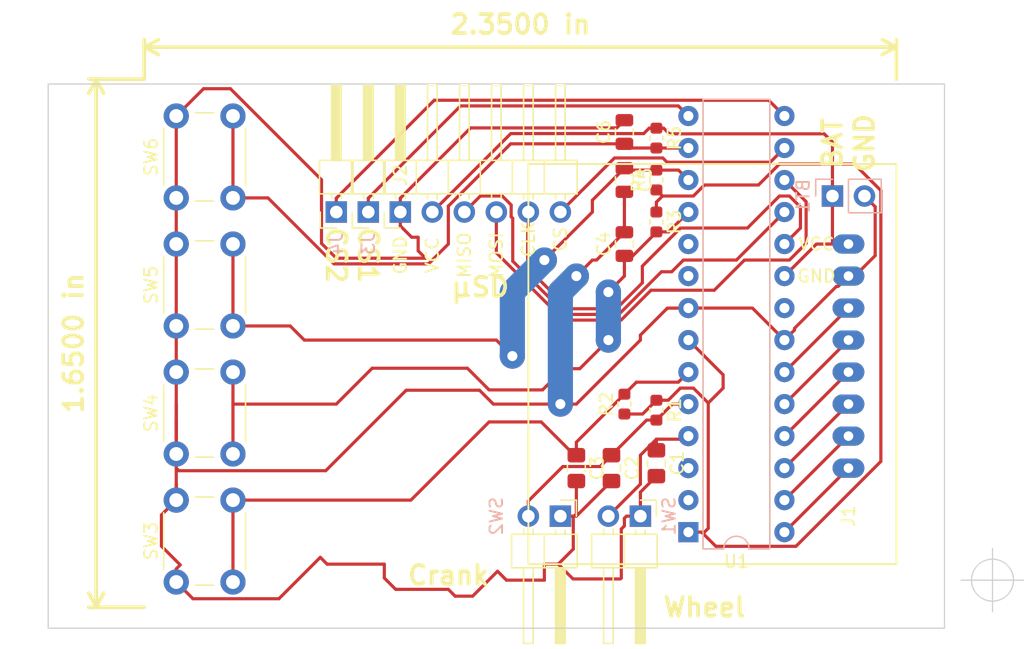
<source format=kicad_pcb>
(kicad_pcb (version 20171130) (host pcbnew 5.0.1)

  (general
    (thickness 1.6)
    (drawings 14)
    (tracks 267)
    (zones 0)
    (modules 23)
    (nets 26)
  )

  (page A4)
  (title_block
    (date "sam. 04 avril 2015")
  )

  (layers
    (0 F.Cu signal)
    (31 B.Cu signal)
    (32 B.Adhes user)
    (33 F.Adhes user)
    (34 B.Paste user)
    (35 F.Paste user)
    (36 B.SilkS user)
    (37 F.SilkS user)
    (38 B.Mask user)
    (39 F.Mask user)
    (40 Dwgs.User user)
    (41 Cmts.User user)
    (42 Eco1.User user)
    (43 Eco2.User user)
    (44 Edge.Cuts user)
    (45 Margin user)
    (46 B.CrtYd user)
    (47 F.CrtYd user)
    (48 B.Fab user)
    (49 F.Fab user)
  )

  (setup
    (last_trace_width 0.25)
    (user_trace_width 2)
    (trace_clearance 0.2)
    (zone_clearance 0.508)
    (zone_45_only no)
    (trace_min 0.2)
    (segment_width 0.15)
    (edge_width 0.1)
    (via_size 0.6)
    (via_drill 0.4)
    (via_min_size 0.4)
    (via_min_drill 0.3)
    (user_via 2 0.8)
    (uvia_size 0.3)
    (uvia_drill 0.1)
    (uvias_allowed no)
    (uvia_min_size 0.2)
    (uvia_min_drill 0.1)
    (pcb_text_width 0.3)
    (pcb_text_size 1.5 1.5)
    (mod_edge_width 0.15)
    (mod_text_size 1 1)
    (mod_text_width 0.15)
    (pad_size 1.5 1.5)
    (pad_drill 0.6)
    (pad_to_mask_clearance 0)
    (solder_mask_min_width 0.25)
    (aux_axis_origin 128.778 126.746)
    (visible_elements FFFFFF7F)
    (pcbplotparams
      (layerselection 0x00030_80000001)
      (usegerberextensions false)
      (usegerberattributes false)
      (usegerberadvancedattributes false)
      (creategerberjobfile false)
      (excludeedgelayer true)
      (linewidth 0.100000)
      (plotframeref false)
      (viasonmask false)
      (mode 1)
      (useauxorigin false)
      (hpglpennumber 1)
      (hpglpenspeed 20)
      (hpglpendiameter 15.000000)
      (psnegative false)
      (psa4output false)
      (plotreference true)
      (plotvalue true)
      (plotinvisibletext false)
      (padsonsilk false)
      (subtractmaskfromsilk false)
      (outputformat 1)
      (mirror false)
      (drillshape 1)
      (scaleselection 1)
      (outputdirectory ""))
  )

  (net 0 "")
  (net 1 "Net-(C1-Pad1)")
  (net 2 "Net-(U1-Pad21)")
  (net 3 "Net-(U1-Pad9)")
  (net 4 "Net-(U1-Pad10)")
  (net 5 "Net-(J1-Pad3)")
  (net 6 "Net-(J1-Pad4)")
  (net 7 "Net-(J1-Pad5)")
  (net 8 "Net-(J1-Pad6)")
  (net 9 "Net-(J1-Pad7)")
  (net 10 "Net-(J1-Pad8)")
  (net 11 "Net-(C6-Pad1)")
  (net 12 "Net-(C5-Pad1)")
  (net 13 "Net-(C4-Pad1)")
  (net 14 "Net-(C3-Pad1)")
  (net 15 "Net-(C2-Pad1)")
  (net 16 "Net-(J2-Pad2)")
  (net 17 "Net-(J2-Pad3)")
  (net 18 "Net-(J2-Pad7)")
  (net 19 "Net-(J2-Pad5)")
  (net 20 "Net-(U1-Pad2)")
  (net 21 "Net-(U1-Pad3)")
  (net 22 +BATT)
  (net 23 "Net-(J4-Pad1)")
  (net 24 GND)
  (net 25 "Net-(J3-Pad1)")

  (net_class Default "This is the default net class."
    (clearance 0.2)
    (trace_width 0.25)
    (via_dia 0.6)
    (via_drill 0.4)
    (uvia_dia 0.3)
    (uvia_drill 0.1)
    (add_net +BATT)
    (add_net GND)
    (add_net "Net-(C1-Pad1)")
    (add_net "Net-(C2-Pad1)")
    (add_net "Net-(C3-Pad1)")
    (add_net "Net-(C4-Pad1)")
    (add_net "Net-(C5-Pad1)")
    (add_net "Net-(C6-Pad1)")
    (add_net "Net-(J1-Pad3)")
    (add_net "Net-(J1-Pad4)")
    (add_net "Net-(J1-Pad5)")
    (add_net "Net-(J1-Pad6)")
    (add_net "Net-(J1-Pad7)")
    (add_net "Net-(J1-Pad8)")
    (add_net "Net-(J2-Pad2)")
    (add_net "Net-(J2-Pad3)")
    (add_net "Net-(J2-Pad5)")
    (add_net "Net-(J2-Pad7)")
    (add_net "Net-(J3-Pad1)")
    (add_net "Net-(J4-Pad1)")
    (add_net "Net-(U1-Pad10)")
    (add_net "Net-(U1-Pad2)")
    (add_net "Net-(U1-Pad21)")
    (add_net "Net-(U1-Pad3)")
    (add_net "Net-(U1-Pad9)")
  )

  (net_class "Wire vias" ""
    (clearance 1)
    (trace_width 2)
    (via_dia 2)
    (via_drill 0.8)
    (uvia_dia 0.3)
    (uvia_drill 0.1)
  )

  (module Licznik:SD_pins (layer F.Cu) (tedit 5BEF55AD) (tstamp 5C3A8BD3)
    (at 53.34 166.755622 90)
    (descr "Through hole angled pin header, 1x06, 2.54mm pitch, 6mm pin length, single row")
    (tags "Through hole angled pin header THT 1x06 2.54mm single row")
    (path /5BEEC29D)
    (fp_text reference J2 (at 2.925622 0 90) (layer F.SilkS)
      (effects (font (size 1 1) (thickness 0.15)))
    )
    (fp_text value Micro_SD_Card_Det (at 4.385 14.97 90) (layer F.Fab)
      (effects (font (size 1 1) (thickness 0.15)))
    )
    (fp_text user CS (at -2.154378 12.7 90) (layer F.SilkS)
      (effects (font (size 1 1) (thickness 0.15)))
    )
    (fp_text user CLK (at -2.154378 10.16 90) (layer F.SilkS)
      (effects (font (size 1 1) (thickness 0.15)))
    )
    (fp_text user MOSI (at -3.424378 7.62 90) (layer F.SilkS)
      (effects (font (size 1 1) (thickness 0.15)))
    )
    (fp_text user MISO (at -3.424378 5.08 90) (layer F.SilkS)
      (effects (font (size 1 1) (thickness 0.15)))
    )
    (fp_text user VCC (at -3.424378 2.54 270) (layer F.SilkS)
      (effects (font (size 1 1) (thickness 0.15)))
    )
    (fp_text user GND (at -3.424378 0 270) (layer F.SilkS)
      (effects (font (size 1 1) (thickness 0.15)))
    )
    (fp_text user %R (at 2.77 6.35 180) (layer F.Fab)
      (effects (font (size 1 1) (thickness 0.15)))
    )
    (fp_line (start 10.55 -1.8) (end -1.8 -1.8) (layer F.CrtYd) (width 0.05))
    (fp_line (start 10.55 14.5) (end 10.55 -1.8) (layer F.CrtYd) (width 0.05))
    (fp_line (start -1.8 14.5) (end 10.55 14.5) (layer F.CrtYd) (width 0.05))
    (fp_line (start -1.8 -1.8) (end -1.8 14.5) (layer F.CrtYd) (width 0.05))
    (fp_line (start -1.27 -1.27) (end 0 -1.27) (layer F.SilkS) (width 0.12))
    (fp_line (start -1.27 0) (end -1.27 -1.27) (layer F.SilkS) (width 0.12))
    (fp_line (start 1.042929 13.08) (end 1.44 13.08) (layer F.SilkS) (width 0.12))
    (fp_line (start 1.042929 12.32) (end 1.44 12.32) (layer F.SilkS) (width 0.12))
    (fp_line (start 10.1 13.08) (end 4.1 13.08) (layer F.SilkS) (width 0.12))
    (fp_line (start 10.1 12.32) (end 10.1 13.08) (layer F.SilkS) (width 0.12))
    (fp_line (start 4.1 12.32) (end 10.1 12.32) (layer F.SilkS) (width 0.12))
    (fp_line (start 1.44 11.43) (end 4.1 11.43) (layer F.SilkS) (width 0.12))
    (fp_line (start 1.042929 10.54) (end 1.44 10.54) (layer F.SilkS) (width 0.12))
    (fp_line (start 1.042929 9.78) (end 1.44 9.78) (layer F.SilkS) (width 0.12))
    (fp_line (start 10.1 10.54) (end 4.1 10.54) (layer F.SilkS) (width 0.12))
    (fp_line (start 10.1 9.78) (end 10.1 10.54) (layer F.SilkS) (width 0.12))
    (fp_line (start 4.1 9.78) (end 10.1 9.78) (layer F.SilkS) (width 0.12))
    (fp_line (start 1.44 8.89) (end 4.1 8.89) (layer F.SilkS) (width 0.12))
    (fp_line (start 1.042929 8) (end 1.44 8) (layer F.SilkS) (width 0.12))
    (fp_line (start 1.042929 7.24) (end 1.44 7.24) (layer F.SilkS) (width 0.12))
    (fp_line (start 10.1 8) (end 4.1 8) (layer F.SilkS) (width 0.12))
    (fp_line (start 10.1 7.24) (end 10.1 8) (layer F.SilkS) (width 0.12))
    (fp_line (start 4.1 7.24) (end 10.1 7.24) (layer F.SilkS) (width 0.12))
    (fp_line (start 1.44 6.35) (end 4.1 6.35) (layer F.SilkS) (width 0.12))
    (fp_line (start 1.042929 5.46) (end 1.44 5.46) (layer F.SilkS) (width 0.12))
    (fp_line (start 1.042929 4.7) (end 1.44 4.7) (layer F.SilkS) (width 0.12))
    (fp_line (start 10.1 5.46) (end 4.1 5.46) (layer F.SilkS) (width 0.12))
    (fp_line (start 10.1 4.7) (end 10.1 5.46) (layer F.SilkS) (width 0.12))
    (fp_line (start 4.1 4.7) (end 10.1 4.7) (layer F.SilkS) (width 0.12))
    (fp_line (start 1.44 3.81) (end 4.1 3.81) (layer F.SilkS) (width 0.12))
    (fp_line (start 1.042929 2.92) (end 1.44 2.92) (layer F.SilkS) (width 0.12))
    (fp_line (start 1.042929 2.16) (end 1.44 2.16) (layer F.SilkS) (width 0.12))
    (fp_line (start 10.1 2.92) (end 4.1 2.92) (layer F.SilkS) (width 0.12))
    (fp_line (start 10.1 2.16) (end 10.1 2.92) (layer F.SilkS) (width 0.12))
    (fp_line (start 4.1 2.16) (end 10.1 2.16) (layer F.SilkS) (width 0.12))
    (fp_line (start 1.44 1.27) (end 4.1 1.27) (layer F.SilkS) (width 0.12))
    (fp_line (start 1.11 0.38) (end 1.44 0.38) (layer F.SilkS) (width 0.12))
    (fp_line (start 1.11 -0.38) (end 1.44 -0.38) (layer F.SilkS) (width 0.12))
    (fp_line (start 4.1 0.28) (end 10.1 0.28) (layer F.SilkS) (width 0.12))
    (fp_line (start 4.1 0.16) (end 10.1 0.16) (layer F.SilkS) (width 0.12))
    (fp_line (start 4.1 0.04) (end 10.1 0.04) (layer F.SilkS) (width 0.12))
    (fp_line (start 4.1 -0.08) (end 10.1 -0.08) (layer F.SilkS) (width 0.12))
    (fp_line (start 4.1 -0.2) (end 10.1 -0.2) (layer F.SilkS) (width 0.12))
    (fp_line (start 4.1 -0.32) (end 10.1 -0.32) (layer F.SilkS) (width 0.12))
    (fp_line (start 10.1 0.38) (end 4.1 0.38) (layer F.SilkS) (width 0.12))
    (fp_line (start 10.1 -0.38) (end 10.1 0.38) (layer F.SilkS) (width 0.12))
    (fp_line (start 4.1 -0.38) (end 10.1 -0.38) (layer F.SilkS) (width 0.12))
    (fp_line (start 4.1 -1.33) (end 1.44 -1.33) (layer F.SilkS) (width 0.12))
    (fp_line (start 4.1 14.03) (end 4.1 -1.33) (layer F.SilkS) (width 0.12))
    (fp_line (start 1.44 14.03) (end 4.1 14.03) (layer F.SilkS) (width 0.12))
    (fp_line (start 1.44 -1.33) (end 1.44 14.03) (layer F.SilkS) (width 0.12))
    (fp_line (start 4.04 13.02) (end 10.04 13.02) (layer F.Fab) (width 0.1))
    (fp_line (start 10.04 12.38) (end 10.04 13.02) (layer F.Fab) (width 0.1))
    (fp_line (start 4.04 12.38) (end 10.04 12.38) (layer F.Fab) (width 0.1))
    (fp_line (start -0.32 13.02) (end 1.5 13.02) (layer F.Fab) (width 0.1))
    (fp_line (start -0.32 12.38) (end -0.32 13.02) (layer F.Fab) (width 0.1))
    (fp_line (start -0.32 12.38) (end 1.5 12.38) (layer F.Fab) (width 0.1))
    (fp_line (start 4.04 10.48) (end 10.04 10.48) (layer F.Fab) (width 0.1))
    (fp_line (start 10.04 9.84) (end 10.04 10.48) (layer F.Fab) (width 0.1))
    (fp_line (start 4.04 9.84) (end 10.04 9.84) (layer F.Fab) (width 0.1))
    (fp_line (start -0.32 10.48) (end 1.5 10.48) (layer F.Fab) (width 0.1))
    (fp_line (start -0.32 9.84) (end -0.32 10.48) (layer F.Fab) (width 0.1))
    (fp_line (start -0.32 9.84) (end 1.5 9.84) (layer F.Fab) (width 0.1))
    (fp_line (start 4.04 7.94) (end 10.04 7.94) (layer F.Fab) (width 0.1))
    (fp_line (start 10.04 7.3) (end 10.04 7.94) (layer F.Fab) (width 0.1))
    (fp_line (start 4.04 7.3) (end 10.04 7.3) (layer F.Fab) (width 0.1))
    (fp_line (start -0.32 7.94) (end 1.5 7.94) (layer F.Fab) (width 0.1))
    (fp_line (start -0.32 7.3) (end -0.32 7.94) (layer F.Fab) (width 0.1))
    (fp_line (start -0.32 7.3) (end 1.5 7.3) (layer F.Fab) (width 0.1))
    (fp_line (start 4.04 5.4) (end 10.04 5.4) (layer F.Fab) (width 0.1))
    (fp_line (start 10.04 4.76) (end 10.04 5.4) (layer F.Fab) (width 0.1))
    (fp_line (start 4.04 4.76) (end 10.04 4.76) (layer F.Fab) (width 0.1))
    (fp_line (start -0.32 5.4) (end 1.5 5.4) (layer F.Fab) (width 0.1))
    (fp_line (start -0.32 4.76) (end -0.32 5.4) (layer F.Fab) (width 0.1))
    (fp_line (start -0.32 4.76) (end 1.5 4.76) (layer F.Fab) (width 0.1))
    (fp_line (start 4.04 2.86) (end 10.04 2.86) (layer F.Fab) (width 0.1))
    (fp_line (start 10.04 2.22) (end 10.04 2.86) (layer F.Fab) (width 0.1))
    (fp_line (start 4.04 2.22) (end 10.04 2.22) (layer F.Fab) (width 0.1))
    (fp_line (start -0.32 2.86) (end 1.5 2.86) (layer F.Fab) (width 0.1))
    (fp_line (start -0.32 2.22) (end -0.32 2.86) (layer F.Fab) (width 0.1))
    (fp_line (start -0.32 2.22) (end 1.5 2.22) (layer F.Fab) (width 0.1))
    (fp_line (start 4.04 0.32) (end 10.04 0.32) (layer F.Fab) (width 0.1))
    (fp_line (start 10.04 -0.32) (end 10.04 0.32) (layer F.Fab) (width 0.1))
    (fp_line (start 4.04 -0.32) (end 10.04 -0.32) (layer F.Fab) (width 0.1))
    (fp_line (start -0.32 0.32) (end 1.5 0.32) (layer F.Fab) (width 0.1))
    (fp_line (start -0.32 -0.32) (end -0.32 0.32) (layer F.Fab) (width 0.1))
    (fp_line (start -0.32 -0.32) (end 1.5 -0.32) (layer F.Fab) (width 0.1))
    (fp_line (start 1.5 -0.635) (end 2.135 -1.27) (layer F.Fab) (width 0.1))
    (fp_line (start 1.5 13.97) (end 1.5 -0.635) (layer F.Fab) (width 0.1))
    (fp_line (start 4.04 13.97) (end 1.5 13.97) (layer F.Fab) (width 0.1))
    (fp_line (start 4.04 -1.27) (end 4.04 13.97) (layer F.Fab) (width 0.1))
    (fp_line (start 2.135 -1.27) (end 4.04 -1.27) (layer F.Fab) (width 0.1))
    (pad 2 thru_hole oval (at 0 12.7 90) (size 1.7 1.7) (drill 1) (layers *.Cu *.Mask)
      (net 16 "Net-(J2-Pad2)"))
    (pad 5 thru_hole oval (at 0 10.16 90) (size 1.7 1.7) (drill 1) (layers *.Cu *.Mask)
      (net 19 "Net-(J2-Pad5)"))
    (pad 3 thru_hole oval (at 0 7.62 90) (size 1.7 1.7) (drill 1) (layers *.Cu *.Mask)
      (net 17 "Net-(J2-Pad3)"))
    (pad 7 thru_hole oval (at 0 5.08 90) (size 1.7 1.7) (drill 1) (layers *.Cu *.Mask)
      (net 18 "Net-(J2-Pad7)"))
    (pad 4 thru_hole oval (at 0 2.54 90) (size 1.7 1.7) (drill 1) (layers *.Cu *.Mask)
      (net 22 +BATT))
    (pad 6 thru_hole rect (at 0 0 90) (size 1.7 1.7) (drill 1) (layers *.Cu *.Mask)
      (net 24 GND))
    (model ${KISYS3DMOD}/Connector_PinHeader_2.54mm.3dshapes/PinHeader_1x06_P2.54mm_Horizontal.wrl
      (at (xyz 0 0 0))
      (scale (xyz 1 1 1))
      (rotate (xyz 0 0 0))
    )
  )

  (module Connector_PinHeader_2.54mm:PinHeader_1x02_P2.54mm_Horizontal (layer F.Cu) (tedit 59FED5CB) (tstamp 5C1554D8)
    (at 66.04 190.885622 270)
    (descr "Through hole angled pin header, 1x02, 2.54mm pitch, 6mm pin length, single row")
    (tags "Through hole angled pin header THT 1x02 2.54mm single row")
    (path /5BEE5B83)
    (fp_text reference SW2 (at 0 5.08 270) (layer B.SilkS)
      (effects (font (size 1 1) (thickness 0.15)) (justify mirror))
    )
    (fp_text value Crank (at 4.385 4.81 270) (layer F.Fab)
      (effects (font (size 1 1) (thickness 0.15)))
    )
    (fp_text user %R (at 2.77 1.27) (layer F.Fab)
      (effects (font (size 1 1) (thickness 0.15)))
    )
    (fp_line (start 10.55 -1.8) (end -1.8 -1.8) (layer F.CrtYd) (width 0.05))
    (fp_line (start 10.55 4.35) (end 10.55 -1.8) (layer F.CrtYd) (width 0.05))
    (fp_line (start -1.8 4.35) (end 10.55 4.35) (layer F.CrtYd) (width 0.05))
    (fp_line (start -1.8 -1.8) (end -1.8 4.35) (layer F.CrtYd) (width 0.05))
    (fp_line (start -1.27 -1.27) (end 0 -1.27) (layer F.SilkS) (width 0.12))
    (fp_line (start -1.27 0) (end -1.27 -1.27) (layer F.SilkS) (width 0.12))
    (fp_line (start 1.042929 2.92) (end 1.44 2.92) (layer F.SilkS) (width 0.12))
    (fp_line (start 1.042929 2.16) (end 1.44 2.16) (layer F.SilkS) (width 0.12))
    (fp_line (start 10.1 2.92) (end 4.1 2.92) (layer F.SilkS) (width 0.12))
    (fp_line (start 10.1 2.16) (end 10.1 2.92) (layer F.SilkS) (width 0.12))
    (fp_line (start 4.1 2.16) (end 10.1 2.16) (layer F.SilkS) (width 0.12))
    (fp_line (start 1.44 1.27) (end 4.1 1.27) (layer F.SilkS) (width 0.12))
    (fp_line (start 1.11 0.38) (end 1.44 0.38) (layer F.SilkS) (width 0.12))
    (fp_line (start 1.11 -0.38) (end 1.44 -0.38) (layer F.SilkS) (width 0.12))
    (fp_line (start 4.1 0.28) (end 10.1 0.28) (layer F.SilkS) (width 0.12))
    (fp_line (start 4.1 0.16) (end 10.1 0.16) (layer F.SilkS) (width 0.12))
    (fp_line (start 4.1 0.04) (end 10.1 0.04) (layer F.SilkS) (width 0.12))
    (fp_line (start 4.1 -0.08) (end 10.1 -0.08) (layer F.SilkS) (width 0.12))
    (fp_line (start 4.1 -0.2) (end 10.1 -0.2) (layer F.SilkS) (width 0.12))
    (fp_line (start 4.1 -0.32) (end 10.1 -0.32) (layer F.SilkS) (width 0.12))
    (fp_line (start 10.1 0.38) (end 4.1 0.38) (layer F.SilkS) (width 0.12))
    (fp_line (start 10.1 -0.38) (end 10.1 0.38) (layer F.SilkS) (width 0.12))
    (fp_line (start 4.1 -0.38) (end 10.1 -0.38) (layer F.SilkS) (width 0.12))
    (fp_line (start 4.1 -1.33) (end 1.44 -1.33) (layer F.SilkS) (width 0.12))
    (fp_line (start 4.1 3.87) (end 4.1 -1.33) (layer F.SilkS) (width 0.12))
    (fp_line (start 1.44 3.87) (end 4.1 3.87) (layer F.SilkS) (width 0.12))
    (fp_line (start 1.44 -1.33) (end 1.44 3.87) (layer F.SilkS) (width 0.12))
    (fp_line (start 4.04 2.86) (end 10.04 2.86) (layer F.Fab) (width 0.1))
    (fp_line (start 10.04 2.22) (end 10.04 2.86) (layer F.Fab) (width 0.1))
    (fp_line (start 4.04 2.22) (end 10.04 2.22) (layer F.Fab) (width 0.1))
    (fp_line (start -0.32 2.86) (end 1.5 2.86) (layer F.Fab) (width 0.1))
    (fp_line (start -0.32 2.22) (end -0.32 2.86) (layer F.Fab) (width 0.1))
    (fp_line (start -0.32 2.22) (end 1.5 2.22) (layer F.Fab) (width 0.1))
    (fp_line (start 4.04 0.32) (end 10.04 0.32) (layer F.Fab) (width 0.1))
    (fp_line (start 10.04 -0.32) (end 10.04 0.32) (layer F.Fab) (width 0.1))
    (fp_line (start 4.04 -0.32) (end 10.04 -0.32) (layer F.Fab) (width 0.1))
    (fp_line (start -0.32 0.32) (end 1.5 0.32) (layer F.Fab) (width 0.1))
    (fp_line (start -0.32 -0.32) (end -0.32 0.32) (layer F.Fab) (width 0.1))
    (fp_line (start -0.32 -0.32) (end 1.5 -0.32) (layer F.Fab) (width 0.1))
    (fp_line (start 1.5 -0.635) (end 2.135 -1.27) (layer F.Fab) (width 0.1))
    (fp_line (start 1.5 3.81) (end 1.5 -0.635) (layer F.Fab) (width 0.1))
    (fp_line (start 4.04 3.81) (end 1.5 3.81) (layer F.Fab) (width 0.1))
    (fp_line (start 4.04 -1.27) (end 4.04 3.81) (layer F.Fab) (width 0.1))
    (fp_line (start 2.135 -1.27) (end 4.04 -1.27) (layer F.Fab) (width 0.1))
    (pad 2 thru_hole oval (at 0 2.54 270) (size 1.7 1.7) (drill 1) (layers *.Cu *.Mask)
      (net 15 "Net-(C2-Pad1)"))
    (pad 1 thru_hole rect (at 0 0 270) (size 1.7 1.7) (drill 1) (layers *.Cu *.Mask)
      (net 24 GND))
    (model ${KISYS3DMOD}/Connector_PinHeader_2.54mm.3dshapes/PinHeader_1x02_P2.54mm_Horizontal.wrl
      (at (xyz 0 0 0))
      (scale (xyz 1 1 1))
      (rotate (xyz 0 0 0))
    )
  )

  (module Connector_PinHeader_2.54mm:PinHeader_1x02_P2.54mm_Horizontal (layer F.Cu) (tedit 59FED5CB) (tstamp 5C1554A6)
    (at 72.39 190.885622 270)
    (descr "Through hole angled pin header, 1x02, 2.54mm pitch, 6mm pin length, single row")
    (tags "Through hole angled pin header THT 1x02 2.54mm single row")
    (path /5BEDA2A1)
    (fp_text reference SW1 (at 0 -2.27 270) (layer B.SilkS)
      (effects (font (size 1 1) (thickness 0.15)) (justify mirror))
    )
    (fp_text value Wheel (at 4.385 4.81 270) (layer F.Fab)
      (effects (font (size 1 1) (thickness 0.15)))
    )
    (fp_line (start 2.135 -1.27) (end 4.04 -1.27) (layer F.Fab) (width 0.1))
    (fp_line (start 4.04 -1.27) (end 4.04 3.81) (layer F.Fab) (width 0.1))
    (fp_line (start 4.04 3.81) (end 1.5 3.81) (layer F.Fab) (width 0.1))
    (fp_line (start 1.5 3.81) (end 1.5 -0.635) (layer F.Fab) (width 0.1))
    (fp_line (start 1.5 -0.635) (end 2.135 -1.27) (layer F.Fab) (width 0.1))
    (fp_line (start -0.32 -0.32) (end 1.5 -0.32) (layer F.Fab) (width 0.1))
    (fp_line (start -0.32 -0.32) (end -0.32 0.32) (layer F.Fab) (width 0.1))
    (fp_line (start -0.32 0.32) (end 1.5 0.32) (layer F.Fab) (width 0.1))
    (fp_line (start 4.04 -0.32) (end 10.04 -0.32) (layer F.Fab) (width 0.1))
    (fp_line (start 10.04 -0.32) (end 10.04 0.32) (layer F.Fab) (width 0.1))
    (fp_line (start 4.04 0.32) (end 10.04 0.32) (layer F.Fab) (width 0.1))
    (fp_line (start -0.32 2.22) (end 1.5 2.22) (layer F.Fab) (width 0.1))
    (fp_line (start -0.32 2.22) (end -0.32 2.86) (layer F.Fab) (width 0.1))
    (fp_line (start -0.32 2.86) (end 1.5 2.86) (layer F.Fab) (width 0.1))
    (fp_line (start 4.04 2.22) (end 10.04 2.22) (layer F.Fab) (width 0.1))
    (fp_line (start 10.04 2.22) (end 10.04 2.86) (layer F.Fab) (width 0.1))
    (fp_line (start 4.04 2.86) (end 10.04 2.86) (layer F.Fab) (width 0.1))
    (fp_line (start 1.44 -1.33) (end 1.44 3.87) (layer F.SilkS) (width 0.12))
    (fp_line (start 1.44 3.87) (end 4.1 3.87) (layer F.SilkS) (width 0.12))
    (fp_line (start 4.1 3.87) (end 4.1 -1.33) (layer F.SilkS) (width 0.12))
    (fp_line (start 4.1 -1.33) (end 1.44 -1.33) (layer F.SilkS) (width 0.12))
    (fp_line (start 4.1 -0.38) (end 10.1 -0.38) (layer F.SilkS) (width 0.12))
    (fp_line (start 10.1 -0.38) (end 10.1 0.38) (layer F.SilkS) (width 0.12))
    (fp_line (start 10.1 0.38) (end 4.1 0.38) (layer F.SilkS) (width 0.12))
    (fp_line (start 4.1 -0.32) (end 10.1 -0.32) (layer F.SilkS) (width 0.12))
    (fp_line (start 4.1 -0.2) (end 10.1 -0.2) (layer F.SilkS) (width 0.12))
    (fp_line (start 4.1 -0.08) (end 10.1 -0.08) (layer F.SilkS) (width 0.12))
    (fp_line (start 4.1 0.04) (end 10.1 0.04) (layer F.SilkS) (width 0.12))
    (fp_line (start 4.1 0.16) (end 10.1 0.16) (layer F.SilkS) (width 0.12))
    (fp_line (start 4.1 0.28) (end 10.1 0.28) (layer F.SilkS) (width 0.12))
    (fp_line (start 1.11 -0.38) (end 1.44 -0.38) (layer F.SilkS) (width 0.12))
    (fp_line (start 1.11 0.38) (end 1.44 0.38) (layer F.SilkS) (width 0.12))
    (fp_line (start 1.44 1.27) (end 4.1 1.27) (layer F.SilkS) (width 0.12))
    (fp_line (start 4.1 2.16) (end 10.1 2.16) (layer F.SilkS) (width 0.12))
    (fp_line (start 10.1 2.16) (end 10.1 2.92) (layer F.SilkS) (width 0.12))
    (fp_line (start 10.1 2.92) (end 4.1 2.92) (layer F.SilkS) (width 0.12))
    (fp_line (start 1.042929 2.16) (end 1.44 2.16) (layer F.SilkS) (width 0.12))
    (fp_line (start 1.042929 2.92) (end 1.44 2.92) (layer F.SilkS) (width 0.12))
    (fp_line (start -1.27 0) (end -1.27 -1.27) (layer F.SilkS) (width 0.12))
    (fp_line (start -1.27 -1.27) (end 0 -1.27) (layer F.SilkS) (width 0.12))
    (fp_line (start -1.8 -1.8) (end -1.8 4.35) (layer F.CrtYd) (width 0.05))
    (fp_line (start -1.8 4.35) (end 10.55 4.35) (layer F.CrtYd) (width 0.05))
    (fp_line (start 10.55 4.35) (end 10.55 -1.8) (layer F.CrtYd) (width 0.05))
    (fp_line (start 10.55 -1.8) (end -1.8 -1.8) (layer F.CrtYd) (width 0.05))
    (fp_text user %R (at 2.77 1.27) (layer F.Fab)
      (effects (font (size 1 1) (thickness 0.15)))
    )
    (pad 1 thru_hole rect (at 0 0 270) (size 1.7 1.7) (drill 1) (layers *.Cu *.Mask)
      (net 24 GND))
    (pad 2 thru_hole oval (at 0 2.54 270) (size 1.7 1.7) (drill 1) (layers *.Cu *.Mask)
      (net 1 "Net-(C1-Pad1)"))
    (model ${KISYS3DMOD}/Connector_PinHeader_2.54mm.3dshapes/PinHeader_1x02_P2.54mm_Horizontal.wrl
      (at (xyz 0 0 0))
      (scale (xyz 1 1 1))
      (rotate (xyz 0 0 0))
    )
  )

  (module Button_Switch_THT:SW_PUSH_6mm_H5mm (layer F.Cu) (tedit 5BEF4FE4) (tstamp 5C14496E)
    (at 35.56 165.635622 90)
    (descr "tactile push button, 6x6mm e.g. PHAP33xx series, height=5mm")
    (tags "tact sw push 6mm")
    (path /5BEDC017)
    (fp_text reference SW6 (at 3.25 -2 90) (layer F.SilkS)
      (effects (font (size 1 1) (thickness 0.15)))
    )
    (fp_text value Left (at 3.75 6.7 90) (layer F.Fab)
      (effects (font (size 1 1) (thickness 0.15)))
    )
    (fp_circle (center 3.25 2.25) (end 1.25 2.5) (layer F.Fab) (width 0.1))
    (fp_line (start 6.75 3) (end 6.75 1.5) (layer F.SilkS) (width 0.12))
    (fp_line (start 5.5 -1) (end 1 -1) (layer F.SilkS) (width 0.12))
    (fp_line (start -0.25 1.5) (end -0.25 3) (layer F.SilkS) (width 0.12))
    (fp_line (start 1 5.5) (end 5.5 5.5) (layer F.SilkS) (width 0.12))
    (fp_line (start 8 -1.25) (end 8 5.75) (layer F.CrtYd) (width 0.05))
    (fp_line (start 7.75 6) (end -1.25 6) (layer F.CrtYd) (width 0.05))
    (fp_line (start -1.5 5.75) (end -1.5 -1.25) (layer F.CrtYd) (width 0.05))
    (fp_line (start -1.25 -1.5) (end 7.75 -1.5) (layer F.CrtYd) (width 0.05))
    (fp_line (start -1.5 6) (end -1.25 6) (layer F.CrtYd) (width 0.05))
    (fp_line (start -1.5 5.75) (end -1.5 6) (layer F.CrtYd) (width 0.05))
    (fp_line (start -1.5 -1.5) (end -1.25 -1.5) (layer F.CrtYd) (width 0.05))
    (fp_line (start -1.5 -1.25) (end -1.5 -1.5) (layer F.CrtYd) (width 0.05))
    (fp_line (start 8 -1.5) (end 8 -1.25) (layer F.CrtYd) (width 0.05))
    (fp_line (start 7.75 -1.5) (end 8 -1.5) (layer F.CrtYd) (width 0.05))
    (fp_line (start 8 6) (end 8 5.75) (layer F.CrtYd) (width 0.05))
    (fp_line (start 7.75 6) (end 8 6) (layer F.CrtYd) (width 0.05))
    (fp_line (start 0.25 -0.75) (end 3.25 -0.75) (layer F.Fab) (width 0.1))
    (fp_line (start 0.25 5.25) (end 0.25 -0.75) (layer F.Fab) (width 0.1))
    (fp_line (start 6.25 5.25) (end 0.25 5.25) (layer F.Fab) (width 0.1))
    (fp_line (start 6.25 -0.75) (end 6.25 5.25) (layer F.Fab) (width 0.1))
    (fp_line (start 3.25 -0.75) (end 6.25 -0.75) (layer F.Fab) (width 0.1))
    (fp_text user %R (at 3.25 2.25 90) (layer F.Fab)
      (effects (font (size 1 1) (thickness 0.15)))
    )
    (pad 1 thru_hole circle (at 6.5 0 180) (size 2 2) (drill 1.1) (layers *.Cu *.Mask)
      (net 24 GND))
    (pad 2 thru_hole circle (at 6.5 4.5 180) (size 2 2) (drill 1.1) (layers *.Cu *.Mask)
      (net 11 "Net-(C6-Pad1)"))
    (pad 1 thru_hole circle (at 0 0 180) (size 2 2) (drill 1.1) (layers *.Cu *.Mask)
      (net 24 GND))
    (pad 2 thru_hole circle (at 0 4.5 180) (size 2 2) (drill 1.1) (layers *.Cu *.Mask)
      (net 11 "Net-(C6-Pad1)"))
    (model ${KISYS3DMOD}/Button_Switch_THT.3dshapes/SW_PUSH_6mm_H5mm.wrl
      (at (xyz 0 0 0))
      (scale (xyz 1 1 1))
      (rotate (xyz 0 0 0))
    )
  )

  (module Button_Switch_THT:SW_PUSH_6mm_H5mm (layer F.Cu) (tedit 5A02FE31) (tstamp 5C1449C8)
    (at 35.56 175.795622 90)
    (descr "tactile push button, 6x6mm e.g. PHAP33xx series, height=5mm")
    (tags "tact sw push 6mm")
    (path /5BEDBF99)
    (fp_text reference SW5 (at 3.25 -2 90) (layer F.SilkS)
      (effects (font (size 1 1) (thickness 0.15)))
    )
    (fp_text value Select (at 3.75 6.7 90) (layer F.Fab)
      (effects (font (size 1 1) (thickness 0.15)))
    )
    (fp_text user %R (at 3.25 2.25 90) (layer F.Fab)
      (effects (font (size 1 1) (thickness 0.15)))
    )
    (fp_line (start 3.25 -0.75) (end 6.25 -0.75) (layer F.Fab) (width 0.1))
    (fp_line (start 6.25 -0.75) (end 6.25 5.25) (layer F.Fab) (width 0.1))
    (fp_line (start 6.25 5.25) (end 0.25 5.25) (layer F.Fab) (width 0.1))
    (fp_line (start 0.25 5.25) (end 0.25 -0.75) (layer F.Fab) (width 0.1))
    (fp_line (start 0.25 -0.75) (end 3.25 -0.75) (layer F.Fab) (width 0.1))
    (fp_line (start 7.75 6) (end 8 6) (layer F.CrtYd) (width 0.05))
    (fp_line (start 8 6) (end 8 5.75) (layer F.CrtYd) (width 0.05))
    (fp_line (start 7.75 -1.5) (end 8 -1.5) (layer F.CrtYd) (width 0.05))
    (fp_line (start 8 -1.5) (end 8 -1.25) (layer F.CrtYd) (width 0.05))
    (fp_line (start -1.5 -1.25) (end -1.5 -1.5) (layer F.CrtYd) (width 0.05))
    (fp_line (start -1.5 -1.5) (end -1.25 -1.5) (layer F.CrtYd) (width 0.05))
    (fp_line (start -1.5 5.75) (end -1.5 6) (layer F.CrtYd) (width 0.05))
    (fp_line (start -1.5 6) (end -1.25 6) (layer F.CrtYd) (width 0.05))
    (fp_line (start -1.25 -1.5) (end 7.75 -1.5) (layer F.CrtYd) (width 0.05))
    (fp_line (start -1.5 5.75) (end -1.5 -1.25) (layer F.CrtYd) (width 0.05))
    (fp_line (start 7.75 6) (end -1.25 6) (layer F.CrtYd) (width 0.05))
    (fp_line (start 8 -1.25) (end 8 5.75) (layer F.CrtYd) (width 0.05))
    (fp_line (start 1 5.5) (end 5.5 5.5) (layer F.SilkS) (width 0.12))
    (fp_line (start -0.25 1.5) (end -0.25 3) (layer F.SilkS) (width 0.12))
    (fp_line (start 5.5 -1) (end 1 -1) (layer F.SilkS) (width 0.12))
    (fp_line (start 6.75 3) (end 6.75 1.5) (layer F.SilkS) (width 0.12))
    (fp_circle (center 3.25 2.25) (end 1.25 2.5) (layer F.Fab) (width 0.1))
    (pad 2 thru_hole circle (at 0 4.5 180) (size 2 2) (drill 1.1) (layers *.Cu *.Mask)
      (net 12 "Net-(C5-Pad1)"))
    (pad 1 thru_hole circle (at 0 0 180) (size 2 2) (drill 1.1) (layers *.Cu *.Mask)
      (net 24 GND))
    (pad 2 thru_hole circle (at 6.5 4.5 180) (size 2 2) (drill 1.1) (layers *.Cu *.Mask)
      (net 12 "Net-(C5-Pad1)"))
    (pad 1 thru_hole circle (at 6.5 0 180) (size 2 2) (drill 1.1) (layers *.Cu *.Mask)
      (net 24 GND))
    (model ${KISYS3DMOD}/Button_Switch_THT.3dshapes/SW_PUSH_6mm_H5mm.wrl
      (at (xyz 0 0 0))
      (scale (xyz 1 1 1))
      (rotate (xyz 0 0 0))
    )
  )

  (module Button_Switch_THT:SW_PUSH_6mm_H5mm (layer F.Cu) (tedit 5A02FE31) (tstamp 5C144914)
    (at 35.56 185.955622 90)
    (descr "tactile push button, 6x6mm e.g. PHAP33xx series, height=5mm")
    (tags "tact sw push 6mm")
    (path /5BEDBF4F)
    (fp_text reference SW4 (at 3.25 -2 90) (layer F.SilkS)
      (effects (font (size 1 1) (thickness 0.15)))
    )
    (fp_text value Right (at 3.75 6.7 90) (layer F.Fab)
      (effects (font (size 1 1) (thickness 0.15)))
    )
    (fp_circle (center 3.25 2.25) (end 1.25 2.5) (layer F.Fab) (width 0.1))
    (fp_line (start 6.75 3) (end 6.75 1.5) (layer F.SilkS) (width 0.12))
    (fp_line (start 5.5 -1) (end 1 -1) (layer F.SilkS) (width 0.12))
    (fp_line (start -0.25 1.5) (end -0.25 3) (layer F.SilkS) (width 0.12))
    (fp_line (start 1 5.5) (end 5.5 5.5) (layer F.SilkS) (width 0.12))
    (fp_line (start 8 -1.25) (end 8 5.75) (layer F.CrtYd) (width 0.05))
    (fp_line (start 7.75 6) (end -1.25 6) (layer F.CrtYd) (width 0.05))
    (fp_line (start -1.5 5.75) (end -1.5 -1.25) (layer F.CrtYd) (width 0.05))
    (fp_line (start -1.25 -1.5) (end 7.75 -1.5) (layer F.CrtYd) (width 0.05))
    (fp_line (start -1.5 6) (end -1.25 6) (layer F.CrtYd) (width 0.05))
    (fp_line (start -1.5 5.75) (end -1.5 6) (layer F.CrtYd) (width 0.05))
    (fp_line (start -1.5 -1.5) (end -1.25 -1.5) (layer F.CrtYd) (width 0.05))
    (fp_line (start -1.5 -1.25) (end -1.5 -1.5) (layer F.CrtYd) (width 0.05))
    (fp_line (start 8 -1.5) (end 8 -1.25) (layer F.CrtYd) (width 0.05))
    (fp_line (start 7.75 -1.5) (end 8 -1.5) (layer F.CrtYd) (width 0.05))
    (fp_line (start 8 6) (end 8 5.75) (layer F.CrtYd) (width 0.05))
    (fp_line (start 7.75 6) (end 8 6) (layer F.CrtYd) (width 0.05))
    (fp_line (start 0.25 -0.75) (end 3.25 -0.75) (layer F.Fab) (width 0.1))
    (fp_line (start 0.25 5.25) (end 0.25 -0.75) (layer F.Fab) (width 0.1))
    (fp_line (start 6.25 5.25) (end 0.25 5.25) (layer F.Fab) (width 0.1))
    (fp_line (start 6.25 -0.75) (end 6.25 5.25) (layer F.Fab) (width 0.1))
    (fp_line (start 3.25 -0.75) (end 6.25 -0.75) (layer F.Fab) (width 0.1))
    (fp_text user %R (at 3.25 2.25 90) (layer F.Fab)
      (effects (font (size 1 1) (thickness 0.15)))
    )
    (pad 1 thru_hole circle (at 6.5 0 180) (size 2 2) (drill 1.1) (layers *.Cu *.Mask)
      (net 24 GND))
    (pad 2 thru_hole circle (at 6.5 4.5 180) (size 2 2) (drill 1.1) (layers *.Cu *.Mask)
      (net 13 "Net-(C4-Pad1)"))
    (pad 1 thru_hole circle (at 0 0 180) (size 2 2) (drill 1.1) (layers *.Cu *.Mask)
      (net 24 GND))
    (pad 2 thru_hole circle (at 0 4.5 180) (size 2 2) (drill 1.1) (layers *.Cu *.Mask)
      (net 13 "Net-(C4-Pad1)"))
    (model ${KISYS3DMOD}/Button_Switch_THT.3dshapes/SW_PUSH_6mm_H5mm.wrl
      (at (xyz 0 0 0))
      (scale (xyz 1 1 1))
      (rotate (xyz 0 0 0))
    )
  )

  (module Button_Switch_THT:SW_PUSH_6mm_H5mm (layer F.Cu) (tedit 5A02FE31) (tstamp 5C144821)
    (at 35.56 196.115622 90)
    (descr "tactile push button, 6x6mm e.g. PHAP33xx series, height=5mm")
    (tags "tact sw push 6mm")
    (path /5BED9366)
    (fp_text reference SW3 (at 3.25 -2 90) (layer F.SilkS)
      (effects (font (size 1 1) (thickness 0.15)))
    )
    (fp_text value Backlight (at 3.75 6.7 90) (layer F.Fab)
      (effects (font (size 1 1) (thickness 0.15)))
    )
    (fp_text user %R (at 3.25 2.25 90) (layer F.Fab)
      (effects (font (size 1 1) (thickness 0.15)))
    )
    (fp_line (start 3.25 -0.75) (end 6.25 -0.75) (layer F.Fab) (width 0.1))
    (fp_line (start 6.25 -0.75) (end 6.25 5.25) (layer F.Fab) (width 0.1))
    (fp_line (start 6.25 5.25) (end 0.25 5.25) (layer F.Fab) (width 0.1))
    (fp_line (start 0.25 5.25) (end 0.25 -0.75) (layer F.Fab) (width 0.1))
    (fp_line (start 0.25 -0.75) (end 3.25 -0.75) (layer F.Fab) (width 0.1))
    (fp_line (start 7.75 6) (end 8 6) (layer F.CrtYd) (width 0.05))
    (fp_line (start 8 6) (end 8 5.75) (layer F.CrtYd) (width 0.05))
    (fp_line (start 7.75 -1.5) (end 8 -1.5) (layer F.CrtYd) (width 0.05))
    (fp_line (start 8 -1.5) (end 8 -1.25) (layer F.CrtYd) (width 0.05))
    (fp_line (start -1.5 -1.25) (end -1.5 -1.5) (layer F.CrtYd) (width 0.05))
    (fp_line (start -1.5 -1.5) (end -1.25 -1.5) (layer F.CrtYd) (width 0.05))
    (fp_line (start -1.5 5.75) (end -1.5 6) (layer F.CrtYd) (width 0.05))
    (fp_line (start -1.5 6) (end -1.25 6) (layer F.CrtYd) (width 0.05))
    (fp_line (start -1.25 -1.5) (end 7.75 -1.5) (layer F.CrtYd) (width 0.05))
    (fp_line (start -1.5 5.75) (end -1.5 -1.25) (layer F.CrtYd) (width 0.05))
    (fp_line (start 7.75 6) (end -1.25 6) (layer F.CrtYd) (width 0.05))
    (fp_line (start 8 -1.25) (end 8 5.75) (layer F.CrtYd) (width 0.05))
    (fp_line (start 1 5.5) (end 5.5 5.5) (layer F.SilkS) (width 0.12))
    (fp_line (start -0.25 1.5) (end -0.25 3) (layer F.SilkS) (width 0.12))
    (fp_line (start 5.5 -1) (end 1 -1) (layer F.SilkS) (width 0.12))
    (fp_line (start 6.75 3) (end 6.75 1.5) (layer F.SilkS) (width 0.12))
    (fp_circle (center 3.25 2.25) (end 1.25 2.5) (layer F.Fab) (width 0.1))
    (pad 2 thru_hole circle (at 0 4.5 180) (size 2 2) (drill 1.1) (layers *.Cu *.Mask)
      (net 14 "Net-(C3-Pad1)"))
    (pad 1 thru_hole circle (at 0 0 180) (size 2 2) (drill 1.1) (layers *.Cu *.Mask)
      (net 24 GND))
    (pad 2 thru_hole circle (at 6.5 4.5 180) (size 2 2) (drill 1.1) (layers *.Cu *.Mask)
      (net 14 "Net-(C3-Pad1)"))
    (pad 1 thru_hole circle (at 6.5 0 180) (size 2 2) (drill 1.1) (layers *.Cu *.Mask)
      (net 24 GND))
    (model ${KISYS3DMOD}/Button_Switch_THT.3dshapes/SW_PUSH_6mm_H5mm.wrl
      (at (xyz 0 0 0))
      (scale (xyz 1 1 1))
      (rotate (xyz 0 0 0))
    )
  )

  (module Connector_PinHeader_2.54mm:PinHeader_1x01_P2.54mm_Horizontal (layer F.Cu) (tedit 59FED5CB) (tstamp 5C079F46)
    (at 50.8 166.755622 90)
    (descr "Through hole angled pin header, 1x01, 2.54mm pitch, 6mm pin length, single row")
    (tags "Through hole angled pin header THT 1x01 2.54mm single row")
    (path /5BF56280)
    (fp_text reference J3 (at -2.54 0 90) (layer B.SilkS)
      (effects (font (size 1 1) (thickness 0.15)) (justify mirror))
    )
    (fp_text value "Serial CS1" (at 12.7 0 90) (layer B.Fab)
      (effects (font (size 1 1) (thickness 0.15)) (justify mirror))
    )
    (fp_text user %R (at 2.77 0 180) (layer F.Fab)
      (effects (font (size 1 1) (thickness 0.15)))
    )
    (fp_line (start 10.55 -1.8) (end -1.8 -1.8) (layer F.CrtYd) (width 0.05))
    (fp_line (start 10.55 1.8) (end 10.55 -1.8) (layer F.CrtYd) (width 0.05))
    (fp_line (start -1.8 1.8) (end 10.55 1.8) (layer F.CrtYd) (width 0.05))
    (fp_line (start -1.8 -1.8) (end -1.8 1.8) (layer F.CrtYd) (width 0.05))
    (fp_line (start -1.27 -1.27) (end 0 -1.27) (layer F.SilkS) (width 0.12))
    (fp_line (start -1.27 0) (end -1.27 -1.27) (layer F.SilkS) (width 0.12))
    (fp_line (start 1.11 0.38) (end 1.44 0.38) (layer F.SilkS) (width 0.12))
    (fp_line (start 1.11 -0.38) (end 1.44 -0.38) (layer F.SilkS) (width 0.12))
    (fp_line (start 4.1 0.28) (end 10.1 0.28) (layer F.SilkS) (width 0.12))
    (fp_line (start 4.1 0.16) (end 10.1 0.16) (layer F.SilkS) (width 0.12))
    (fp_line (start 4.1 0.04) (end 10.1 0.04) (layer F.SilkS) (width 0.12))
    (fp_line (start 4.1 -0.08) (end 10.1 -0.08) (layer F.SilkS) (width 0.12))
    (fp_line (start 4.1 -0.2) (end 10.1 -0.2) (layer F.SilkS) (width 0.12))
    (fp_line (start 4.1 -0.32) (end 10.1 -0.32) (layer F.SilkS) (width 0.12))
    (fp_line (start 10.1 0.38) (end 4.1 0.38) (layer F.SilkS) (width 0.12))
    (fp_line (start 10.1 -0.38) (end 10.1 0.38) (layer F.SilkS) (width 0.12))
    (fp_line (start 4.1 -0.38) (end 10.1 -0.38) (layer F.SilkS) (width 0.12))
    (fp_line (start 4.1 -1.33) (end 1.44 -1.33) (layer F.SilkS) (width 0.12))
    (fp_line (start 4.1 1.33) (end 4.1 -1.33) (layer F.SilkS) (width 0.12))
    (fp_line (start 1.44 1.33) (end 4.1 1.33) (layer F.SilkS) (width 0.12))
    (fp_line (start 1.44 -1.33) (end 1.44 1.33) (layer F.SilkS) (width 0.12))
    (fp_line (start 4.04 0.32) (end 10.04 0.32) (layer F.Fab) (width 0.1))
    (fp_line (start 10.04 -0.32) (end 10.04 0.32) (layer F.Fab) (width 0.1))
    (fp_line (start 4.04 -0.32) (end 10.04 -0.32) (layer F.Fab) (width 0.1))
    (fp_line (start -0.32 0.32) (end 1.5 0.32) (layer F.Fab) (width 0.1))
    (fp_line (start -0.32 -0.32) (end -0.32 0.32) (layer F.Fab) (width 0.1))
    (fp_line (start -0.32 -0.32) (end 1.5 -0.32) (layer F.Fab) (width 0.1))
    (fp_line (start 1.5 -0.635) (end 2.135 -1.27) (layer F.Fab) (width 0.1))
    (fp_line (start 1.5 1.27) (end 1.5 -0.635) (layer F.Fab) (width 0.1))
    (fp_line (start 4.04 1.27) (end 1.5 1.27) (layer F.Fab) (width 0.1))
    (fp_line (start 4.04 -1.27) (end 4.04 1.27) (layer F.Fab) (width 0.1))
    (fp_line (start 2.135 -1.27) (end 4.04 -1.27) (layer F.Fab) (width 0.1))
    (pad 1 thru_hole rect (at 0 0 90) (size 1.7 1.7) (drill 1) (layers *.Cu *.Mask)
      (net 25 "Net-(J3-Pad1)"))
    (model ${KISYS3DMOD}/Connector_PinHeader_2.54mm.3dshapes/PinHeader_1x01_P2.54mm_Horizontal.wrl
      (at (xyz 0 0 0))
      (scale (xyz 1 1 1))
      (rotate (xyz 0 0 0))
    )
  )

  (module Connector_PinHeader_2.54mm:PinHeader_1x01_P2.54mm_Horizontal (layer F.Cu) (tedit 59FED5CB) (tstamp 5C079F20)
    (at 48.26 166.755622 90)
    (descr "Through hole angled pin header, 1x01, 2.54mm pitch, 6mm pin length, single row")
    (tags "Through hole angled pin header THT 1x01 2.54mm single row")
    (path /5BF56375)
    (fp_text reference J4 (at -2.54 0 90) (layer B.SilkS)
      (effects (font (size 1 1) (thickness 0.15)) (justify mirror))
    )
    (fp_text value "Serial CS2" (at 12.7 0 -90) (layer B.Fab)
      (effects (font (size 1 1) (thickness 0.15)) (justify mirror))
    )
    (fp_line (start 2.135 -1.27) (end 4.04 -1.27) (layer F.Fab) (width 0.1))
    (fp_line (start 4.04 -1.27) (end 4.04 1.27) (layer F.Fab) (width 0.1))
    (fp_line (start 4.04 1.27) (end 1.5 1.27) (layer F.Fab) (width 0.1))
    (fp_line (start 1.5 1.27) (end 1.5 -0.635) (layer F.Fab) (width 0.1))
    (fp_line (start 1.5 -0.635) (end 2.135 -1.27) (layer F.Fab) (width 0.1))
    (fp_line (start -0.32 -0.32) (end 1.5 -0.32) (layer F.Fab) (width 0.1))
    (fp_line (start -0.32 -0.32) (end -0.32 0.32) (layer F.Fab) (width 0.1))
    (fp_line (start -0.32 0.32) (end 1.5 0.32) (layer F.Fab) (width 0.1))
    (fp_line (start 4.04 -0.32) (end 10.04 -0.32) (layer F.Fab) (width 0.1))
    (fp_line (start 10.04 -0.32) (end 10.04 0.32) (layer F.Fab) (width 0.1))
    (fp_line (start 4.04 0.32) (end 10.04 0.32) (layer F.Fab) (width 0.1))
    (fp_line (start 1.44 -1.33) (end 1.44 1.33) (layer F.SilkS) (width 0.12))
    (fp_line (start 1.44 1.33) (end 4.1 1.33) (layer F.SilkS) (width 0.12))
    (fp_line (start 4.1 1.33) (end 4.1 -1.33) (layer F.SilkS) (width 0.12))
    (fp_line (start 4.1 -1.33) (end 1.44 -1.33) (layer F.SilkS) (width 0.12))
    (fp_line (start 4.1 -0.38) (end 10.1 -0.38) (layer F.SilkS) (width 0.12))
    (fp_line (start 10.1 -0.38) (end 10.1 0.38) (layer F.SilkS) (width 0.12))
    (fp_line (start 10.1 0.38) (end 4.1 0.38) (layer F.SilkS) (width 0.12))
    (fp_line (start 4.1 -0.32) (end 10.1 -0.32) (layer F.SilkS) (width 0.12))
    (fp_line (start 4.1 -0.2) (end 10.1 -0.2) (layer F.SilkS) (width 0.12))
    (fp_line (start 4.1 -0.08) (end 10.1 -0.08) (layer F.SilkS) (width 0.12))
    (fp_line (start 4.1 0.04) (end 10.1 0.04) (layer F.SilkS) (width 0.12))
    (fp_line (start 4.1 0.16) (end 10.1 0.16) (layer F.SilkS) (width 0.12))
    (fp_line (start 4.1 0.28) (end 10.1 0.28) (layer F.SilkS) (width 0.12))
    (fp_line (start 1.11 -0.38) (end 1.44 -0.38) (layer F.SilkS) (width 0.12))
    (fp_line (start 1.11 0.38) (end 1.44 0.38) (layer F.SilkS) (width 0.12))
    (fp_line (start -1.27 0) (end -1.27 -1.27) (layer F.SilkS) (width 0.12))
    (fp_line (start -1.27 -1.27) (end 0 -1.27) (layer F.SilkS) (width 0.12))
    (fp_line (start -1.8 -1.8) (end -1.8 1.8) (layer F.CrtYd) (width 0.05))
    (fp_line (start -1.8 1.8) (end 10.55 1.8) (layer F.CrtYd) (width 0.05))
    (fp_line (start 10.55 1.8) (end 10.55 -1.8) (layer F.CrtYd) (width 0.05))
    (fp_line (start 10.55 -1.8) (end -1.8 -1.8) (layer F.CrtYd) (width 0.05))
    (fp_text user %R (at 2.77 0 180) (layer F.Fab)
      (effects (font (size 1 1) (thickness 0.15)))
    )
    (pad 1 thru_hole rect (at 0 0 90) (size 1.7 1.7) (drill 1) (layers *.Cu *.Mask)
      (net 23 "Net-(J4-Pad1)"))
    (model ${KISYS3DMOD}/Connector_PinHeader_2.54mm.3dshapes/PinHeader_1x01_P2.54mm_Horizontal.wrl
      (at (xyz 0 0 0))
      (scale (xyz 1 1 1))
      (rotate (xyz 0 0 0))
    )
  )

  (module Connector_PinHeader_2.54mm:PinHeader_1x02_P2.54mm_Vertical (layer B.Cu) (tedit 59FED5CC) (tstamp 5C0AA974)
    (at 87.63 165.485622 270)
    (descr "Through hole straight pin header, 1x02, 2.54mm pitch, single row")
    (tags "Through hole pin header THT 1x02 2.54mm single row")
    (path /5BED93AE)
    (fp_text reference BT1 (at 0 2.33 270) (layer B.SilkS)
      (effects (font (size 1 1) (thickness 0.15)) (justify mirror))
    )
    (fp_text value "2xAA (2.8V)" (at 0 -4.87 270) (layer B.Fab)
      (effects (font (size 1 1) (thickness 0.15)) (justify mirror))
    )
    (fp_text user %R (at 0 -1.27 180) (layer B.Fab)
      (effects (font (size 1 1) (thickness 0.15)) (justify mirror))
    )
    (fp_line (start 1.8 1.8) (end -1.8 1.8) (layer B.CrtYd) (width 0.05))
    (fp_line (start 1.8 -4.35) (end 1.8 1.8) (layer B.CrtYd) (width 0.05))
    (fp_line (start -1.8 -4.35) (end 1.8 -4.35) (layer B.CrtYd) (width 0.05))
    (fp_line (start -1.8 1.8) (end -1.8 -4.35) (layer B.CrtYd) (width 0.05))
    (fp_line (start -1.33 1.33) (end 0 1.33) (layer B.SilkS) (width 0.12))
    (fp_line (start -1.33 0) (end -1.33 1.33) (layer B.SilkS) (width 0.12))
    (fp_line (start -1.33 -1.27) (end 1.33 -1.27) (layer B.SilkS) (width 0.12))
    (fp_line (start 1.33 -1.27) (end 1.33 -3.87) (layer B.SilkS) (width 0.12))
    (fp_line (start -1.33 -1.27) (end -1.33 -3.87) (layer B.SilkS) (width 0.12))
    (fp_line (start -1.33 -3.87) (end 1.33 -3.87) (layer B.SilkS) (width 0.12))
    (fp_line (start -1.27 0.635) (end -0.635 1.27) (layer B.Fab) (width 0.1))
    (fp_line (start -1.27 -3.81) (end -1.27 0.635) (layer B.Fab) (width 0.1))
    (fp_line (start 1.27 -3.81) (end -1.27 -3.81) (layer B.Fab) (width 0.1))
    (fp_line (start 1.27 1.27) (end 1.27 -3.81) (layer B.Fab) (width 0.1))
    (fp_line (start -0.635 1.27) (end 1.27 1.27) (layer B.Fab) (width 0.1))
    (pad 2 thru_hole oval (at 0 -2.54 270) (size 1.7 1.7) (drill 1) (layers *.Cu *.Mask)
      (net 24 GND))
    (pad 1 thru_hole rect (at 0 0 270) (size 1.7 1.7) (drill 1) (layers *.Cu *.Mask)
      (net 22 +BATT))
    (model ${KISYS3DMOD}/Connector_PinHeader_2.54mm.3dshapes/PinHeader_1x02_P2.54mm_Vertical.wrl
      (at (xyz 0 0 0))
      (scale (xyz 1 1 1))
      (rotate (xyz 0 0 0))
    )
  )

  (module "Licznik:Nokia screen" (layer F.Cu) (tedit 5BED624D) (tstamp 5C0AA93E)
    (at 83.82 174.375622 270)
    (path /5BED8D25)
    (fp_text reference J1 (at 16.51 -5.08 270) (layer F.SilkS)
      (effects (font (size 1 1) (thickness 0.15)))
    )
    (fp_text value Display (at 2.154378 -7.62 270) (layer F.Fab)
      (effects (font (size 1 1) (thickness 0.15)))
    )
    (fp_text user VCC (at -5.08 -2.54 180) (layer F.SilkS)
      (effects (font (size 1 1) (thickness 0.15)))
    )
    (fp_text user GND (at -2.54 -2.54 180) (layer F.SilkS)
      (effects (font (size 1 1) (thickness 0.15)))
    )
    (fp_line (start -11.43 -8.89) (end 20.32 -8.89) (layer F.SilkS) (width 0.15))
    (fp_line (start 20.32 -8.89) (end 20.32 20.32) (layer F.SilkS) (width 0.15))
    (fp_line (start 20.32 20.32) (end -11.43 20.32) (layer F.SilkS) (width 0.15))
    (fp_line (start -11.43 20.32) (end -11.43 -8.89) (layer F.SilkS) (width 0.15))
    (pad 1 thru_hole oval (at -5.08 -5.08 270) (size 1.524 2.524) (drill 0.762) (layers *.Cu *.Mask)
      (net 22 +BATT))
    (pad 2 thru_hole oval (at -2.54 -5.08 270) (size 1.524 2.524) (drill 0.762) (layers *.Cu *.Mask)
      (net 24 GND))
    (pad 3 thru_hole oval (at 0 -5.08 270) (size 1.524 2.524) (drill 0.762) (layers *.Cu *.Mask)
      (net 5 "Net-(J1-Pad3)"))
    (pad 4 thru_hole oval (at 2.54 -5.08 270) (size 1.524 2.524) (drill 0.762) (layers *.Cu *.Mask)
      (net 6 "Net-(J1-Pad4)"))
    (pad 5 thru_hole oval (at 5.08 -5.08 270) (size 1.524 2.524) (drill 0.762) (layers *.Cu *.Mask)
      (net 7 "Net-(J1-Pad5)"))
    (pad 6 thru_hole oval (at 7.62 -5.08 270) (size 1.524 2.524) (drill 0.762) (layers *.Cu *.Mask)
      (net 8 "Net-(J1-Pad6)"))
    (pad 7 thru_hole oval (at 10.16 -5.08 270) (size 1.524 2.524) (drill 0.762) (layers *.Cu *.Mask)
      (net 9 "Net-(J1-Pad7)"))
    (pad 8 thru_hole oval (at 12.7 -5.08 270) (size 1.524 2.524) (drill 0.762) (layers *.Cu *.Mask)
      (net 10 "Net-(J1-Pad8)"))
  )

  (module Capacitor_SMD:C_0805_2012Metric (layer F.Cu) (tedit 5B36C52B) (tstamp 5BFB77C1)
    (at 71.12 169.295622 90)
    (descr "Capacitor SMD 0805 (2012 Metric), square (rectangular) end terminal, IPC_7351 nominal, (Body size source: https://docs.google.com/spreadsheets/d/1BsfQQcO9C6DZCsRaXUlFlo91Tg2WpOkGARC1WS5S8t0/edit?usp=sharing), generated with kicad-footprint-generator")
    (tags capacitor)
    (path /5BED9153)
    (attr smd)
    (fp_text reference C4 (at 0 -1.65 90) (layer F.SilkS)
      (effects (font (size 1 1) (thickness 0.15)))
    )
    (fp_text value 1µF (at 0 1.65 90) (layer F.Fab)
      (effects (font (size 1 1) (thickness 0.15)))
    )
    (fp_text user %R (at 0 0 90) (layer F.Fab)
      (effects (font (size 0.5 0.5) (thickness 0.08)))
    )
    (fp_line (start 1.68 0.95) (end -1.68 0.95) (layer F.CrtYd) (width 0.05))
    (fp_line (start 1.68 -0.95) (end 1.68 0.95) (layer F.CrtYd) (width 0.05))
    (fp_line (start -1.68 -0.95) (end 1.68 -0.95) (layer F.CrtYd) (width 0.05))
    (fp_line (start -1.68 0.95) (end -1.68 -0.95) (layer F.CrtYd) (width 0.05))
    (fp_line (start -0.258578 0.71) (end 0.258578 0.71) (layer F.SilkS) (width 0.12))
    (fp_line (start -0.258578 -0.71) (end 0.258578 -0.71) (layer F.SilkS) (width 0.12))
    (fp_line (start 1 0.6) (end -1 0.6) (layer F.Fab) (width 0.1))
    (fp_line (start 1 -0.6) (end 1 0.6) (layer F.Fab) (width 0.1))
    (fp_line (start -1 -0.6) (end 1 -0.6) (layer F.Fab) (width 0.1))
    (fp_line (start -1 0.6) (end -1 -0.6) (layer F.Fab) (width 0.1))
    (pad 2 smd roundrect (at 0.9375 0 90) (size 0.975 1.4) (layers F.Cu F.Paste F.Mask) (roundrect_rratio 0.25)
      (net 24 GND))
    (pad 1 smd roundrect (at -0.9375 0 90) (size 0.975 1.4) (layers F.Cu F.Paste F.Mask) (roundrect_rratio 0.25)
      (net 13 "Net-(C4-Pad1)"))
    (model ${KISYS3DMOD}/Capacitor_SMD.3dshapes/C_0805_2012Metric.wrl
      (at (xyz 0 0 0))
      (scale (xyz 1 1 1))
      (rotate (xyz 0 0 0))
    )
  )

  (module Capacitor_SMD:C_0805_2012Metric (layer F.Cu) (tedit 5B36C52B) (tstamp 5BFB77B1)
    (at 71.12 164.215622 270)
    (descr "Capacitor SMD 0805 (2012 Metric), square (rectangular) end terminal, IPC_7351 nominal, (Body size source: https://docs.google.com/spreadsheets/d/1BsfQQcO9C6DZCsRaXUlFlo91Tg2WpOkGARC1WS5S8t0/edit?usp=sharing), generated with kicad-footprint-generator")
    (tags capacitor)
    (path /5BED91AC)
    (attr smd)
    (fp_text reference C5 (at 0 -1.65 270) (layer F.SilkS)
      (effects (font (size 1 1) (thickness 0.15)))
    )
    (fp_text value 1µF (at 0 1.65 270) (layer F.Fab)
      (effects (font (size 1 1) (thickness 0.15)))
    )
    (fp_line (start -1 0.6) (end -1 -0.6) (layer F.Fab) (width 0.1))
    (fp_line (start -1 -0.6) (end 1 -0.6) (layer F.Fab) (width 0.1))
    (fp_line (start 1 -0.6) (end 1 0.6) (layer F.Fab) (width 0.1))
    (fp_line (start 1 0.6) (end -1 0.6) (layer F.Fab) (width 0.1))
    (fp_line (start -0.258578 -0.71) (end 0.258578 -0.71) (layer F.SilkS) (width 0.12))
    (fp_line (start -0.258578 0.71) (end 0.258578 0.71) (layer F.SilkS) (width 0.12))
    (fp_line (start -1.68 0.95) (end -1.68 -0.95) (layer F.CrtYd) (width 0.05))
    (fp_line (start -1.68 -0.95) (end 1.68 -0.95) (layer F.CrtYd) (width 0.05))
    (fp_line (start 1.68 -0.95) (end 1.68 0.95) (layer F.CrtYd) (width 0.05))
    (fp_line (start 1.68 0.95) (end -1.68 0.95) (layer F.CrtYd) (width 0.05))
    (fp_text user %R (at 0 0 270) (layer F.Fab)
      (effects (font (size 0.5 0.5) (thickness 0.08)))
    )
    (pad 1 smd roundrect (at -0.9375 0 270) (size 0.975 1.4) (layers F.Cu F.Paste F.Mask) (roundrect_rratio 0.25)
      (net 12 "Net-(C5-Pad1)"))
    (pad 2 smd roundrect (at 0.9375 0 270) (size 0.975 1.4) (layers F.Cu F.Paste F.Mask) (roundrect_rratio 0.25)
      (net 24 GND))
    (model ${KISYS3DMOD}/Capacitor_SMD.3dshapes/C_0805_2012Metric.wrl
      (at (xyz 0 0 0))
      (scale (xyz 1 1 1))
      (rotate (xyz 0 0 0))
    )
  )

  (module Capacitor_SMD:C_0805_2012Metric (layer F.Cu) (tedit 5B36C52B) (tstamp 5BFB77A1)
    (at 71.12 160.405622 90)
    (descr "Capacitor SMD 0805 (2012 Metric), square (rectangular) end terminal, IPC_7351 nominal, (Body size source: https://docs.google.com/spreadsheets/d/1BsfQQcO9C6DZCsRaXUlFlo91Tg2WpOkGARC1WS5S8t0/edit?usp=sharing), generated with kicad-footprint-generator")
    (tags capacitor)
    (path /5BED9208)
    (attr smd)
    (fp_text reference C6 (at 0 -1.65 90) (layer F.SilkS)
      (effects (font (size 1 1) (thickness 0.15)))
    )
    (fp_text value 1µF (at 0 1.65 90) (layer F.Fab)
      (effects (font (size 1 1) (thickness 0.15)))
    )
    (fp_text user %R (at 0 0 90) (layer F.Fab)
      (effects (font (size 0.5 0.5) (thickness 0.08)))
    )
    (fp_line (start 1.68 0.95) (end -1.68 0.95) (layer F.CrtYd) (width 0.05))
    (fp_line (start 1.68 -0.95) (end 1.68 0.95) (layer F.CrtYd) (width 0.05))
    (fp_line (start -1.68 -0.95) (end 1.68 -0.95) (layer F.CrtYd) (width 0.05))
    (fp_line (start -1.68 0.95) (end -1.68 -0.95) (layer F.CrtYd) (width 0.05))
    (fp_line (start -0.258578 0.71) (end 0.258578 0.71) (layer F.SilkS) (width 0.12))
    (fp_line (start -0.258578 -0.71) (end 0.258578 -0.71) (layer F.SilkS) (width 0.12))
    (fp_line (start 1 0.6) (end -1 0.6) (layer F.Fab) (width 0.1))
    (fp_line (start 1 -0.6) (end 1 0.6) (layer F.Fab) (width 0.1))
    (fp_line (start -1 -0.6) (end 1 -0.6) (layer F.Fab) (width 0.1))
    (fp_line (start -1 0.6) (end -1 -0.6) (layer F.Fab) (width 0.1))
    (pad 2 smd roundrect (at 0.9375 0 90) (size 0.975 1.4) (layers F.Cu F.Paste F.Mask) (roundrect_rratio 0.25)
      (net 24 GND))
    (pad 1 smd roundrect (at -0.9375 0 90) (size 0.975 1.4) (layers F.Cu F.Paste F.Mask) (roundrect_rratio 0.25)
      (net 11 "Net-(C6-Pad1)"))
    (model ${KISYS3DMOD}/Capacitor_SMD.3dshapes/C_0805_2012Metric.wrl
      (at (xyz 0 0 0))
      (scale (xyz 1 1 1))
      (rotate (xyz 0 0 0))
    )
  )

  (module Capacitor_SMD:C_0805_2012Metric_Pad1.15x1.40mm_HandSolder (layer F.Cu) (tedit 5B36C52B) (tstamp 5BFB71C1)
    (at 73.66 186.687032 270)
    (descr "Capacitor SMD 0805 (2012 Metric), square (rectangular) end terminal, IPC_7351 nominal with elongated pad for handsoldering. (Body size source: https://docs.google.com/spreadsheets/d/1BsfQQcO9C6DZCsRaXUlFlo91Tg2WpOkGARC1WS5S8t0/edit?usp=sharing), generated with kicad-footprint-generator")
    (tags "capacitor handsolder")
    (path /5BED9018)
    (attr smd)
    (fp_text reference C1 (at 0 -1.65 270) (layer F.SilkS)
      (effects (font (size 1 1) (thickness 0.15)))
    )
    (fp_text value 1µF (at 0 1.65 270) (layer F.Fab)
      (effects (font (size 1 1) (thickness 0.15)))
    )
    (fp_line (start -1 0.6) (end -1 -0.6) (layer F.Fab) (width 0.1))
    (fp_line (start -1 -0.6) (end 1 -0.6) (layer F.Fab) (width 0.1))
    (fp_line (start 1 -0.6) (end 1 0.6) (layer F.Fab) (width 0.1))
    (fp_line (start 1 0.6) (end -1 0.6) (layer F.Fab) (width 0.1))
    (fp_line (start -0.261252 -0.71) (end 0.261252 -0.71) (layer F.SilkS) (width 0.12))
    (fp_line (start -0.261252 0.71) (end 0.261252 0.71) (layer F.SilkS) (width 0.12))
    (fp_line (start -1.85 0.95) (end -1.85 -0.95) (layer F.CrtYd) (width 0.05))
    (fp_line (start -1.85 -0.95) (end 1.85 -0.95) (layer F.CrtYd) (width 0.05))
    (fp_line (start 1.85 -0.95) (end 1.85 0.95) (layer F.CrtYd) (width 0.05))
    (fp_line (start 1.85 0.95) (end -1.85 0.95) (layer F.CrtYd) (width 0.05))
    (fp_text user %R (at 0 0 270) (layer F.Fab)
      (effects (font (size 0.5 0.5) (thickness 0.08)))
    )
    (pad 1 smd roundrect (at -1.025 0 270) (size 1.15 1.4) (layers F.Cu F.Paste F.Mask) (roundrect_rratio 0.217391)
      (net 1 "Net-(C1-Pad1)"))
    (pad 2 smd roundrect (at 1.025 0 270) (size 1.15 1.4) (layers F.Cu F.Paste F.Mask) (roundrect_rratio 0.217391)
      (net 24 GND))
    (model ${KISYS3DMOD}/Capacitor_SMD.3dshapes/C_0805_2012Metric.wrl
      (at (xyz 0 0 0))
      (scale (xyz 1 1 1))
      (rotate (xyz 0 0 0))
    )
  )

  (module Capacitor_SMD:C_0805_2012Metric_Pad1.15x1.40mm_HandSolder (layer F.Cu) (tedit 5B36C52B) (tstamp 5BFB71B1)
    (at 70.095 187.075622 270)
    (descr "Capacitor SMD 0805 (2012 Metric), square (rectangular) end terminal, IPC_7351 nominal with elongated pad for handsoldering. (Body size source: https://docs.google.com/spreadsheets/d/1BsfQQcO9C6DZCsRaXUlFlo91Tg2WpOkGARC1WS5S8t0/edit?usp=sharing), generated with kicad-footprint-generator")
    (tags "capacitor handsolder")
    (path /5BED909E)
    (attr smd)
    (fp_text reference C2 (at 0 -1.65 270) (layer F.SilkS)
      (effects (font (size 1 1) (thickness 0.15)))
    )
    (fp_text value 1µF (at 0 1.65 270) (layer F.Fab)
      (effects (font (size 1 1) (thickness 0.15)))
    )
    (fp_text user %R (at 0 0 270) (layer F.Fab)
      (effects (font (size 0.5 0.5) (thickness 0.08)))
    )
    (fp_line (start 1.85 0.95) (end -1.85 0.95) (layer F.CrtYd) (width 0.05))
    (fp_line (start 1.85 -0.95) (end 1.85 0.95) (layer F.CrtYd) (width 0.05))
    (fp_line (start -1.85 -0.95) (end 1.85 -0.95) (layer F.CrtYd) (width 0.05))
    (fp_line (start -1.85 0.95) (end -1.85 -0.95) (layer F.CrtYd) (width 0.05))
    (fp_line (start -0.261252 0.71) (end 0.261252 0.71) (layer F.SilkS) (width 0.12))
    (fp_line (start -0.261252 -0.71) (end 0.261252 -0.71) (layer F.SilkS) (width 0.12))
    (fp_line (start 1 0.6) (end -1 0.6) (layer F.Fab) (width 0.1))
    (fp_line (start 1 -0.6) (end 1 0.6) (layer F.Fab) (width 0.1))
    (fp_line (start -1 -0.6) (end 1 -0.6) (layer F.Fab) (width 0.1))
    (fp_line (start -1 0.6) (end -1 -0.6) (layer F.Fab) (width 0.1))
    (pad 2 smd roundrect (at 1.025 0 270) (size 1.15 1.4) (layers F.Cu F.Paste F.Mask) (roundrect_rratio 0.217391)
      (net 24 GND))
    (pad 1 smd roundrect (at -1.025 0 270) (size 1.15 1.4) (layers F.Cu F.Paste F.Mask) (roundrect_rratio 0.217391)
      (net 15 "Net-(C2-Pad1)"))
    (model ${KISYS3DMOD}/Capacitor_SMD.3dshapes/C_0805_2012Metric.wrl
      (at (xyz 0 0 0))
      (scale (xyz 1 1 1))
      (rotate (xyz 0 0 0))
    )
  )

  (module Capacitor_SMD:C_0805_2012Metric_Pad1.15x1.40mm_HandSolder (layer F.Cu) (tedit 5B36C52B) (tstamp 5BFB71A1)
    (at 67.31 187.075622 270)
    (descr "Capacitor SMD 0805 (2012 Metric), square (rectangular) end terminal, IPC_7351 nominal with elongated pad for handsoldering. (Body size source: https://docs.google.com/spreadsheets/d/1BsfQQcO9C6DZCsRaXUlFlo91Tg2WpOkGARC1WS5S8t0/edit?usp=sharing), generated with kicad-footprint-generator")
    (tags "capacitor handsolder")
    (path /5BED90F7)
    (attr smd)
    (fp_text reference C3 (at 0 -1.65 270) (layer F.SilkS)
      (effects (font (size 1 1) (thickness 0.15)))
    )
    (fp_text value 1µF (at 0 1.65 270) (layer F.Fab)
      (effects (font (size 1 1) (thickness 0.15)))
    )
    (fp_line (start -1 0.6) (end -1 -0.6) (layer F.Fab) (width 0.1))
    (fp_line (start -1 -0.6) (end 1 -0.6) (layer F.Fab) (width 0.1))
    (fp_line (start 1 -0.6) (end 1 0.6) (layer F.Fab) (width 0.1))
    (fp_line (start 1 0.6) (end -1 0.6) (layer F.Fab) (width 0.1))
    (fp_line (start -0.261252 -0.71) (end 0.261252 -0.71) (layer F.SilkS) (width 0.12))
    (fp_line (start -0.261252 0.71) (end 0.261252 0.71) (layer F.SilkS) (width 0.12))
    (fp_line (start -1.85 0.95) (end -1.85 -0.95) (layer F.CrtYd) (width 0.05))
    (fp_line (start -1.85 -0.95) (end 1.85 -0.95) (layer F.CrtYd) (width 0.05))
    (fp_line (start 1.85 -0.95) (end 1.85 0.95) (layer F.CrtYd) (width 0.05))
    (fp_line (start 1.85 0.95) (end -1.85 0.95) (layer F.CrtYd) (width 0.05))
    (fp_text user %R (at 0 0 270) (layer F.Fab)
      (effects (font (size 0.5 0.5) (thickness 0.08)))
    )
    (pad 1 smd roundrect (at -1.025 0 270) (size 1.15 1.4) (layers F.Cu F.Paste F.Mask) (roundrect_rratio 0.217391)
      (net 14 "Net-(C3-Pad1)"))
    (pad 2 smd roundrect (at 1.025 0 270) (size 1.15 1.4) (layers F.Cu F.Paste F.Mask) (roundrect_rratio 0.217391)
      (net 24 GND))
    (model ${KISYS3DMOD}/Capacitor_SMD.3dshapes/C_0805_2012Metric.wrl
      (at (xyz 0 0 0))
      (scale (xyz 1 1 1))
      (rotate (xyz 0 0 0))
    )
  )

  (module Resistor_SMD:R_0603_1608Metric (layer F.Cu) (tedit 5B301BBD) (tstamp 5BFB6A46)
    (at 73.66 182.478122 270)
    (descr "Resistor SMD 0603 (1608 Metric), square (rectangular) end terminal, IPC_7351 nominal, (Body size source: http://www.tortai-tech.com/upload/download/2011102023233369053.pdf), generated with kicad-footprint-generator")
    (tags resistor)
    (path /5BED8DEF)
    (attr smd)
    (fp_text reference R1 (at 0 -1.43 270) (layer F.SilkS)
      (effects (font (size 1 1) (thickness 0.15)))
    )
    (fp_text value 1K (at 0 1.43 270) (layer F.Fab)
      (effects (font (size 1 1) (thickness 0.15)))
    )
    (fp_text user %R (at 0 0 270) (layer F.Fab)
      (effects (font (size 0.4 0.4) (thickness 0.06)))
    )
    (fp_line (start 1.48 0.73) (end -1.48 0.73) (layer F.CrtYd) (width 0.05))
    (fp_line (start 1.48 -0.73) (end 1.48 0.73) (layer F.CrtYd) (width 0.05))
    (fp_line (start -1.48 -0.73) (end 1.48 -0.73) (layer F.CrtYd) (width 0.05))
    (fp_line (start -1.48 0.73) (end -1.48 -0.73) (layer F.CrtYd) (width 0.05))
    (fp_line (start -0.162779 0.51) (end 0.162779 0.51) (layer F.SilkS) (width 0.12))
    (fp_line (start -0.162779 -0.51) (end 0.162779 -0.51) (layer F.SilkS) (width 0.12))
    (fp_line (start 0.8 0.4) (end -0.8 0.4) (layer F.Fab) (width 0.1))
    (fp_line (start 0.8 -0.4) (end 0.8 0.4) (layer F.Fab) (width 0.1))
    (fp_line (start -0.8 -0.4) (end 0.8 -0.4) (layer F.Fab) (width 0.1))
    (fp_line (start -0.8 0.4) (end -0.8 -0.4) (layer F.Fab) (width 0.1))
    (pad 2 smd roundrect (at 0.7875 0 270) (size 0.875 0.95) (layers F.Cu F.Paste F.Mask) (roundrect_rratio 0.25)
      (net 15 "Net-(C2-Pad1)"))
    (pad 1 smd roundrect (at -0.7875 0 270) (size 0.875 0.95) (layers F.Cu F.Paste F.Mask) (roundrect_rratio 0.25)
      (net 22 +BATT))
    (model ${KISYS3DMOD}/Resistor_SMD.3dshapes/R_0603_1608Metric.wrl
      (at (xyz 0 0 0))
      (scale (xyz 1 1 1))
      (rotate (xyz 0 0 0))
    )
  )

  (module Resistor_SMD:R_0603_1608Metric (layer F.Cu) (tedit 5B301BBD) (tstamp 5BFB6A36)
    (at 71.12 181.995622 90)
    (descr "Resistor SMD 0603 (1608 Metric), square (rectangular) end terminal, IPC_7351 nominal, (Body size source: http://www.tortai-tech.com/upload/download/2011102023233369053.pdf), generated with kicad-footprint-generator")
    (tags resistor)
    (path /5BED8E5A)
    (attr smd)
    (fp_text reference R2 (at 0 -1.43 90) (layer F.SilkS)
      (effects (font (size 1 1) (thickness 0.15)))
    )
    (fp_text value 1K (at 0 1.43 90) (layer F.Fab)
      (effects (font (size 1 1) (thickness 0.15)))
    )
    (fp_text user %R (at 0 0 90) (layer F.Fab)
      (effects (font (size 0.4 0.4) (thickness 0.06)))
    )
    (fp_line (start 1.48 0.73) (end -1.48 0.73) (layer F.CrtYd) (width 0.05))
    (fp_line (start 1.48 -0.73) (end 1.48 0.73) (layer F.CrtYd) (width 0.05))
    (fp_line (start -1.48 -0.73) (end 1.48 -0.73) (layer F.CrtYd) (width 0.05))
    (fp_line (start -1.48 0.73) (end -1.48 -0.73) (layer F.CrtYd) (width 0.05))
    (fp_line (start -0.162779 0.51) (end 0.162779 0.51) (layer F.SilkS) (width 0.12))
    (fp_line (start -0.162779 -0.51) (end 0.162779 -0.51) (layer F.SilkS) (width 0.12))
    (fp_line (start 0.8 0.4) (end -0.8 0.4) (layer F.Fab) (width 0.1))
    (fp_line (start 0.8 -0.4) (end 0.8 0.4) (layer F.Fab) (width 0.1))
    (fp_line (start -0.8 -0.4) (end 0.8 -0.4) (layer F.Fab) (width 0.1))
    (fp_line (start -0.8 0.4) (end -0.8 -0.4) (layer F.Fab) (width 0.1))
    (pad 2 smd roundrect (at 0.7875 0 90) (size 0.875 0.95) (layers F.Cu F.Paste F.Mask) (roundrect_rratio 0.25)
      (net 14 "Net-(C3-Pad1)"))
    (pad 1 smd roundrect (at -0.7875 0 90) (size 0.875 0.95) (layers F.Cu F.Paste F.Mask) (roundrect_rratio 0.25)
      (net 22 +BATT))
    (model ${KISYS3DMOD}/Resistor_SMD.3dshapes/R_0603_1608Metric.wrl
      (at (xyz 0 0 0))
      (scale (xyz 1 1 1))
      (rotate (xyz 0 0 0))
    )
  )

  (module Resistor_SMD:R_0603_1608Metric (layer F.Cu) (tedit 5B301BBD) (tstamp 5BFB6A26)
    (at 73.66 167.543122 270)
    (descr "Resistor SMD 0603 (1608 Metric), square (rectangular) end terminal, IPC_7351 nominal, (Body size source: http://www.tortai-tech.com/upload/download/2011102023233369053.pdf), generated with kicad-footprint-generator")
    (tags resistor)
    (path /5BED8E94)
    (attr smd)
    (fp_text reference R3 (at 0 -1.43 270) (layer F.SilkS)
      (effects (font (size 1 1) (thickness 0.15)))
    )
    (fp_text value 1K (at 0 1.43 270) (layer F.Fab)
      (effects (font (size 1 1) (thickness 0.15)))
    )
    (fp_line (start -0.8 0.4) (end -0.8 -0.4) (layer F.Fab) (width 0.1))
    (fp_line (start -0.8 -0.4) (end 0.8 -0.4) (layer F.Fab) (width 0.1))
    (fp_line (start 0.8 -0.4) (end 0.8 0.4) (layer F.Fab) (width 0.1))
    (fp_line (start 0.8 0.4) (end -0.8 0.4) (layer F.Fab) (width 0.1))
    (fp_line (start -0.162779 -0.51) (end 0.162779 -0.51) (layer F.SilkS) (width 0.12))
    (fp_line (start -0.162779 0.51) (end 0.162779 0.51) (layer F.SilkS) (width 0.12))
    (fp_line (start -1.48 0.73) (end -1.48 -0.73) (layer F.CrtYd) (width 0.05))
    (fp_line (start -1.48 -0.73) (end 1.48 -0.73) (layer F.CrtYd) (width 0.05))
    (fp_line (start 1.48 -0.73) (end 1.48 0.73) (layer F.CrtYd) (width 0.05))
    (fp_line (start 1.48 0.73) (end -1.48 0.73) (layer F.CrtYd) (width 0.05))
    (fp_text user %R (at 0 0 270) (layer F.Fab)
      (effects (font (size 0.4 0.4) (thickness 0.06)))
    )
    (pad 1 smd roundrect (at -0.7875 0 270) (size 0.875 0.95) (layers F.Cu F.Paste F.Mask) (roundrect_rratio 0.25)
      (net 22 +BATT))
    (pad 2 smd roundrect (at 0.7875 0 270) (size 0.875 0.95) (layers F.Cu F.Paste F.Mask) (roundrect_rratio 0.25)
      (net 13 "Net-(C4-Pad1)"))
    (model ${KISYS3DMOD}/Resistor_SMD.3dshapes/R_0603_1608Metric.wrl
      (at (xyz 0 0 0))
      (scale (xyz 1 1 1))
      (rotate (xyz 0 0 0))
    )
  )

  (module Resistor_SMD:R_0603_1608Metric (layer F.Cu) (tedit 5B301BBD) (tstamp 5BFB6A16)
    (at 73.66 164.215622 90)
    (descr "Resistor SMD 0603 (1608 Metric), square (rectangular) end terminal, IPC_7351 nominal, (Body size source: http://www.tortai-tech.com/upload/download/2011102023233369053.pdf), generated with kicad-footprint-generator")
    (tags resistor)
    (path /5BED8EE1)
    (attr smd)
    (fp_text reference R4 (at 0 -1.43 90) (layer F.SilkS)
      (effects (font (size 1 1) (thickness 0.15)))
    )
    (fp_text value 1K (at 0 1.43 90) (layer F.Fab)
      (effects (font (size 1 1) (thickness 0.15)))
    )
    (fp_text user %R (at 0 0 90) (layer F.Fab)
      (effects (font (size 0.4 0.4) (thickness 0.06)))
    )
    (fp_line (start 1.48 0.73) (end -1.48 0.73) (layer F.CrtYd) (width 0.05))
    (fp_line (start 1.48 -0.73) (end 1.48 0.73) (layer F.CrtYd) (width 0.05))
    (fp_line (start -1.48 -0.73) (end 1.48 -0.73) (layer F.CrtYd) (width 0.05))
    (fp_line (start -1.48 0.73) (end -1.48 -0.73) (layer F.CrtYd) (width 0.05))
    (fp_line (start -0.162779 0.51) (end 0.162779 0.51) (layer F.SilkS) (width 0.12))
    (fp_line (start -0.162779 -0.51) (end 0.162779 -0.51) (layer F.SilkS) (width 0.12))
    (fp_line (start 0.8 0.4) (end -0.8 0.4) (layer F.Fab) (width 0.1))
    (fp_line (start 0.8 -0.4) (end 0.8 0.4) (layer F.Fab) (width 0.1))
    (fp_line (start -0.8 -0.4) (end 0.8 -0.4) (layer F.Fab) (width 0.1))
    (fp_line (start -0.8 0.4) (end -0.8 -0.4) (layer F.Fab) (width 0.1))
    (pad 2 smd roundrect (at 0.7875 0 90) (size 0.875 0.95) (layers F.Cu F.Paste F.Mask) (roundrect_rratio 0.25)
      (net 12 "Net-(C5-Pad1)"))
    (pad 1 smd roundrect (at -0.7875 0 90) (size 0.875 0.95) (layers F.Cu F.Paste F.Mask) (roundrect_rratio 0.25)
      (net 22 +BATT))
    (model ${KISYS3DMOD}/Resistor_SMD.3dshapes/R_0603_1608Metric.wrl
      (at (xyz 0 0 0))
      (scale (xyz 1 1 1))
      (rotate (xyz 0 0 0))
    )
  )

  (module Resistor_SMD:R_0603_1608Metric (layer F.Cu) (tedit 5B301BBD) (tstamp 5BFB6A06)
    (at 73.66 160.888122 270)
    (descr "Resistor SMD 0603 (1608 Metric), square (rectangular) end terminal, IPC_7351 nominal, (Body size source: http://www.tortai-tech.com/upload/download/2011102023233369053.pdf), generated with kicad-footprint-generator")
    (tags resistor)
    (path /5BED8F35)
    (attr smd)
    (fp_text reference R5 (at 0 -1.43 270) (layer F.SilkS)
      (effects (font (size 1 1) (thickness 0.15)))
    )
    (fp_text value 1K (at 0 1.43 270) (layer F.Fab)
      (effects (font (size 1 1) (thickness 0.15)))
    )
    (fp_line (start -0.8 0.4) (end -0.8 -0.4) (layer F.Fab) (width 0.1))
    (fp_line (start -0.8 -0.4) (end 0.8 -0.4) (layer F.Fab) (width 0.1))
    (fp_line (start 0.8 -0.4) (end 0.8 0.4) (layer F.Fab) (width 0.1))
    (fp_line (start 0.8 0.4) (end -0.8 0.4) (layer F.Fab) (width 0.1))
    (fp_line (start -0.162779 -0.51) (end 0.162779 -0.51) (layer F.SilkS) (width 0.12))
    (fp_line (start -0.162779 0.51) (end 0.162779 0.51) (layer F.SilkS) (width 0.12))
    (fp_line (start -1.48 0.73) (end -1.48 -0.73) (layer F.CrtYd) (width 0.05))
    (fp_line (start -1.48 -0.73) (end 1.48 -0.73) (layer F.CrtYd) (width 0.05))
    (fp_line (start 1.48 -0.73) (end 1.48 0.73) (layer F.CrtYd) (width 0.05))
    (fp_line (start 1.48 0.73) (end -1.48 0.73) (layer F.CrtYd) (width 0.05))
    (fp_text user %R (at 0 0 270) (layer F.Fab)
      (effects (font (size 0.4 0.4) (thickness 0.06)))
    )
    (pad 1 smd roundrect (at -0.7875 0 270) (size 0.875 0.95) (layers F.Cu F.Paste F.Mask) (roundrect_rratio 0.25)
      (net 22 +BATT))
    (pad 2 smd roundrect (at 0.7875 0 270) (size 0.875 0.95) (layers F.Cu F.Paste F.Mask) (roundrect_rratio 0.25)
      (net 11 "Net-(C6-Pad1)"))
    (model ${KISYS3DMOD}/Resistor_SMD.3dshapes/R_0603_1608Metric.wrl
      (at (xyz 0 0 0))
      (scale (xyz 1 1 1))
      (rotate (xyz 0 0 0))
    )
  )

  (module Package_DIP:DIP-28_W7.62mm (layer B.Cu) (tedit 5A02E8C5) (tstamp 5C0AA90A)
    (at 76.2 192.155622)
    (descr "28-lead though-hole mounted DIP package, row spacing 7.62 mm (300 mils)")
    (tags "THT DIP DIL PDIP 2.54mm 7.62mm 300mil")
    (path /5BED719D)
    (fp_text reference U1 (at 3.81 2.33) (layer F.SilkS)
      (effects (font (size 1 1) (thickness 0.15)))
    )
    (fp_text value ATmega168 (at 3.81 -35.35) (layer F.Fab)
      (effects (font (size 1 1) (thickness 0.15)))
    )
    (fp_arc (start 3.81 1.33) (end 2.81 1.33) (angle 180) (layer B.SilkS) (width 0.12))
    (fp_line (start 1.635 1.27) (end 6.985 1.27) (layer B.Fab) (width 0.1))
    (fp_line (start 6.985 1.27) (end 6.985 -34.29) (layer B.Fab) (width 0.1))
    (fp_line (start 6.985 -34.29) (end 0.635 -34.29) (layer B.Fab) (width 0.1))
    (fp_line (start 0.635 -34.29) (end 0.635 0.27) (layer B.Fab) (width 0.1))
    (fp_line (start 0.635 0.27) (end 1.635 1.27) (layer B.Fab) (width 0.1))
    (fp_line (start 2.81 1.33) (end 1.16 1.33) (layer B.SilkS) (width 0.12))
    (fp_line (start 1.16 1.33) (end 1.16 -34.35) (layer B.SilkS) (width 0.12))
    (fp_line (start 1.16 -34.35) (end 6.46 -34.35) (layer B.SilkS) (width 0.12))
    (fp_line (start 6.46 -34.35) (end 6.46 1.33) (layer B.SilkS) (width 0.12))
    (fp_line (start 6.46 1.33) (end 4.81 1.33) (layer B.SilkS) (width 0.12))
    (fp_line (start -1.1 1.55) (end -1.1 -34.55) (layer B.CrtYd) (width 0.05))
    (fp_line (start -1.1 -34.55) (end 8.7 -34.55) (layer B.CrtYd) (width 0.05))
    (fp_line (start 8.7 -34.55) (end 8.7 1.55) (layer B.CrtYd) (width 0.05))
    (fp_line (start 8.7 1.55) (end -1.1 1.55) (layer B.CrtYd) (width 0.05))
    (fp_text user %R (at 3.81 -16.51) (layer B.Fab)
      (effects (font (size 1 1) (thickness 0.15)) (justify mirror))
    )
    (pad 1 thru_hole rect (at 0 0) (size 1.6 1.6) (drill 0.8) (layers *.Cu *.Mask)
      (net 22 +BATT))
    (pad 15 thru_hole oval (at 7.62 -33.02) (size 1.6 1.6) (drill 0.8) (layers *.Cu *.Mask)
      (net 23 "Net-(J4-Pad1)"))
    (pad 2 thru_hole oval (at 0 -2.54) (size 1.6 1.6) (drill 0.8) (layers *.Cu *.Mask)
      (net 20 "Net-(U1-Pad2)"))
    (pad 16 thru_hole oval (at 7.62 -30.48) (size 1.6 1.6) (drill 0.8) (layers *.Cu *.Mask)
      (net 16 "Net-(J2-Pad2)"))
    (pad 3 thru_hole oval (at 0 -5.08) (size 1.6 1.6) (drill 0.8) (layers *.Cu *.Mask)
      (net 21 "Net-(U1-Pad3)"))
    (pad 17 thru_hole oval (at 7.62 -27.94) (size 1.6 1.6) (drill 0.8) (layers *.Cu *.Mask)
      (net 17 "Net-(J2-Pad3)"))
    (pad 4 thru_hole oval (at 0 -7.62) (size 1.6 1.6) (drill 0.8) (layers *.Cu *.Mask)
      (net 1 "Net-(C1-Pad1)"))
    (pad 18 thru_hole oval (at 7.62 -25.4) (size 1.6 1.6) (drill 0.8) (layers *.Cu *.Mask)
      (net 18 "Net-(J2-Pad7)"))
    (pad 5 thru_hole oval (at 0 -10.16) (size 1.6 1.6) (drill 0.8) (layers *.Cu *.Mask)
      (net 15 "Net-(C2-Pad1)"))
    (pad 19 thru_hole oval (at 7.62 -22.86) (size 1.6 1.6) (drill 0.8) (layers *.Cu *.Mask)
      (net 19 "Net-(J2-Pad5)"))
    (pad 6 thru_hole oval (at 0 -12.7) (size 1.6 1.6) (drill 0.8) (layers *.Cu *.Mask)
      (net 14 "Net-(C3-Pad1)"))
    (pad 20 thru_hole oval (at 7.62 -20.32) (size 1.6 1.6) (drill 0.8) (layers *.Cu *.Mask)
      (net 22 +BATT))
    (pad 7 thru_hole oval (at 0 -15.24) (size 1.6 1.6) (drill 0.8) (layers *.Cu *.Mask)
      (net 22 +BATT))
    (pad 21 thru_hole oval (at 7.62 -17.78) (size 1.6 1.6) (drill 0.8) (layers *.Cu *.Mask)
      (net 2 "Net-(U1-Pad21)"))
    (pad 8 thru_hole oval (at 0 -17.78) (size 1.6 1.6) (drill 0.8) (layers *.Cu *.Mask)
      (net 24 GND))
    (pad 22 thru_hole oval (at 7.62 -15.24) (size 1.6 1.6) (drill 0.8) (layers *.Cu *.Mask)
      (net 24 GND))
    (pad 9 thru_hole oval (at 0 -20.32) (size 1.6 1.6) (drill 0.8) (layers *.Cu *.Mask)
      (net 3 "Net-(U1-Pad9)"))
    (pad 23 thru_hole oval (at 7.62 -12.7) (size 1.6 1.6) (drill 0.8) (layers *.Cu *.Mask)
      (net 5 "Net-(J1-Pad3)"))
    (pad 10 thru_hole oval (at 0 -22.86) (size 1.6 1.6) (drill 0.8) (layers *.Cu *.Mask)
      (net 4 "Net-(U1-Pad10)"))
    (pad 24 thru_hole oval (at 7.62 -10.16) (size 1.6 1.6) (drill 0.8) (layers *.Cu *.Mask)
      (net 6 "Net-(J1-Pad4)"))
    (pad 11 thru_hole oval (at 0 -25.4) (size 1.6 1.6) (drill 0.8) (layers *.Cu *.Mask)
      (net 13 "Net-(C4-Pad1)"))
    (pad 25 thru_hole oval (at 7.62 -7.62) (size 1.6 1.6) (drill 0.8) (layers *.Cu *.Mask)
      (net 7 "Net-(J1-Pad5)"))
    (pad 12 thru_hole oval (at 0 -27.94) (size 1.6 1.6) (drill 0.8) (layers *.Cu *.Mask)
      (net 12 "Net-(C5-Pad1)"))
    (pad 26 thru_hole oval (at 7.62 -5.08) (size 1.6 1.6) (drill 0.8) (layers *.Cu *.Mask)
      (net 8 "Net-(J1-Pad6)"))
    (pad 13 thru_hole oval (at 0 -30.48) (size 1.6 1.6) (drill 0.8) (layers *.Cu *.Mask)
      (net 11 "Net-(C6-Pad1)"))
    (pad 27 thru_hole oval (at 7.62 -2.54) (size 1.6 1.6) (drill 0.8) (layers *.Cu *.Mask)
      (net 9 "Net-(J1-Pad7)"))
    (pad 14 thru_hole oval (at 0 -33.02) (size 1.6 1.6) (drill 0.8) (layers *.Cu *.Mask)
      (net 25 "Net-(J3-Pad1)"))
    (pad 28 thru_hole oval (at 7.62 0) (size 1.6 1.6) (drill 0.8) (layers *.Cu *.Mask)
      (net 10 "Net-(J1-Pad8)"))
    (model ${KISYS3DMOD}/Package_DIP.3dshapes/DIP-28_W7.62mm.wrl
      (at (xyz 0 0 0))
      (scale (xyz 1 1 1))
      (rotate (xyz 0 0 0))
    )
  )

  (dimension 41.91 (width 0.3) (layer F.SilkS)
    (gr_text "41.910 mm" (at 27.11 177.165 270) (layer F.SilkS)
      (effects (font (size 1.5 1.5) (thickness 0.3)))
    )
    (feature1 (pts (xy 33.02 198.12) (xy 28.623579 198.12)))
    (feature2 (pts (xy 33.02 156.21) (xy 28.623579 156.21)))
    (crossbar (pts (xy 29.21 156.21) (xy 29.21 198.12)))
    (arrow1a (pts (xy 29.21 198.12) (xy 28.623579 196.993496)))
    (arrow1b (pts (xy 29.21 198.12) (xy 29.796421 196.993496)))
    (arrow2a (pts (xy 29.21 156.21) (xy 28.623579 157.336504)))
    (arrow2b (pts (xy 29.21 156.21) (xy 29.796421 157.336504)))
  )
  (dimension 59.69 (width 0.3) (layer F.SilkS)
    (gr_text "59.690 mm" (at 62.865 151.57) (layer F.SilkS)
      (effects (font (size 1.5 1.5) (thickness 0.3)))
    )
    (feature1 (pts (xy 33.02 156.21) (xy 33.02 153.083579)))
    (feature2 (pts (xy 92.71 156.21) (xy 92.71 153.083579)))
    (crossbar (pts (xy 92.71 153.67) (xy 33.02 153.67)))
    (arrow1a (pts (xy 33.02 153.67) (xy 34.146504 153.083579)))
    (arrow1b (pts (xy 33.02 153.67) (xy 34.146504 154.256421)))
    (arrow2a (pts (xy 92.71 153.67) (xy 91.583496 153.083579)))
    (arrow2b (pts (xy 92.71 153.67) (xy 91.583496 154.256421)))
  )
  (target plus (at 100.33 195.965622) (size 5) (width 0.1) (layer Edge.Cuts))
  (gr_text CS2 (at 48.26 170.18 270) (layer F.SilkS)
    (effects (font (size 1.5 1.5) (thickness 0.3)))
  )
  (gr_text CS1 (at 50.8 170.18 270) (layer F.SilkS)
    (effects (font (size 1.5 1.5) (thickness 0.3)))
  )
  (gr_text µSD (at 59.69 172.72) (layer F.SilkS)
    (effects (font (size 1.5 1.5) (thickness 0.3)))
  )
  (gr_text Wheel (at 77.47 198.12) (layer F.SilkS)
    (effects (font (size 1.5 1.5) (thickness 0.3)))
  )
  (gr_text Crank (at 57.15 195.58) (layer F.SilkS)
    (effects (font (size 1.5 1.5) (thickness 0.3)))
  )
  (gr_text BAT (at 87.63 161.29 90) (layer F.SilkS)
    (effects (font (size 1.5 1.5) (thickness 0.3)))
  )
  (gr_text "GND\n" (at 90.17 161.29 90) (layer F.SilkS)
    (effects (font (size 1.5 1.5) (thickness 0.3)))
  )
  (gr_line (start 96.52 199.775622) (end 96.52 156.595622) (angle 90) (layer Edge.Cuts) (width 0.1) (tstamp 5BED5DBF))
  (gr_line (start 25.4 156.595622) (end 96.52 156.595622) (angle 90) (layer Edge.Cuts) (width 0.1) (tstamp 5BED5DBF))
  (gr_line (start 25.4 199.775622) (end 25.4 156.595622) (angle 90) (layer Edge.Cuts) (width 0.1))
  (gr_line (start 25.4 199.775622) (end 96.52 199.775622) (angle 90) (layer Edge.Cuts) (width 0.1))

  (segment (start 75.955 184.780622) (end 76.2 184.535622) (width 0.25) (layer F.Cu) (net 1) (status 30))
  (segment (start 73.66 184.780622) (end 75.955 184.780622) (width 0.25) (layer F.Cu) (net 1) (status 20))
  (segment (start 73.66 185.662032) (end 73.66 184.780622) (width 0.25) (layer F.Cu) (net 1) (status 10))
  (segment (start 73.66 184.780622) (end 72.39 186.050622) (width 0.25) (layer F.Cu) (net 1))
  (segment (start 72.39 188.345622) (end 69.85 190.885622) (width 0.25) (layer F.Cu) (net 1) (status 20))
  (segment (start 72.39 186.050622) (end 72.39 188.345622) (width 0.25) (layer F.Cu) (net 1))
  (segment (start 83.82 179.455622) (end 88.9 174.375622) (width 0.25) (layer F.Cu) (net 5) (status 30))
  (segment (start 83.82 181.995622) (end 88.9 176.915622) (width 0.25) (layer F.Cu) (net 6) (status 30))
  (segment (start 88.9 179.455622) (end 83.82 184.535622) (width 0.25) (layer F.Cu) (net 7) (status 30))
  (segment (start 83.82 187.075622) (end 88.9 181.995622) (width 0.25) (layer F.Cu) (net 8) (status 30))
  (segment (start 88.9 184.535622) (end 83.82 189.615622) (width 0.25) (layer F.Cu) (net 9) (status 30))
  (segment (start 83.82 192.155622) (end 88.9 187.075622) (width 0.25) (layer F.Cu) (net 10) (status 30))
  (segment (start 76.2 161.675622) (end 73.66 161.675622) (width 0.25) (layer F.Cu) (net 11) (status 30))
  (segment (start 71.4525 161.675622) (end 71.12 161.343122) (width 0.25) (layer F.Cu) (net 11) (status 30))
  (segment (start 73.66 161.675622) (end 71.4525 161.675622) (width 0.25) (layer F.Cu) (net 11) (status 30))
  (segment (start 62.093498 161.343122) (end 57.15 166.28662) (width 0.25) (layer F.Cu) (net 11))
  (segment (start 71.12 161.343122) (end 62.093498 161.343122) (width 0.25) (layer F.Cu) (net 11) (status 10))
  (segment (start 40.06 159.135622) (end 40.06 165.635622) (width 0.25) (layer F.Cu) (net 11) (status 30))
  (segment (start 48.0736 170.870633) (end 55.574989 170.870633) (width 0.25) (layer F.Cu) (net 11))
  (segment (start 55.574989 170.870633) (end 57.15 169.295622) (width 0.25) (layer F.Cu) (net 11))
  (segment (start 42.838589 165.635622) (end 48.0736 170.870633) (width 0.25) (layer F.Cu) (net 11))
  (segment (start 40.06 165.635622) (end 42.838589 165.635622) (width 0.25) (layer F.Cu) (net 11) (status 10))
  (segment (start 57.15 166.28662) (end 57.15 169.295622) (width 0.25) (layer F.Cu) (net 11))
  (segment (start 75.4125 163.428122) (end 76.2 164.215622) (width 0.25) (layer F.Cu) (net 12) (status 30))
  (segment (start 73.66 163.428122) (end 75.4125 163.428122) (width 0.25) (layer F.Cu) (net 12) (status 30))
  (segment (start 71.27 163.428122) (end 71.12 163.278122) (width 0.25) (layer F.Cu) (net 12) (status 30))
  (segment (start 73.66 163.428122) (end 71.27 163.428122) (width 0.25) (layer F.Cu) (net 12) (status 30))
  (segment (start 68.58 165.818122) (end 68.58 166.755622) (width 0.25) (layer F.Cu) (net 12))
  (segment (start 71.12 163.278122) (end 68.58 165.818122) (width 0.25) (layer F.Cu) (net 12) (status 10))
  (segment (start 68.58 166.755622) (end 64.77 170.565622) (width 0.25) (layer F.Cu) (net 12))
  (via (at 64.77 170.565622) (size 2) (drill 0.8) (layers F.Cu B.Cu) (net 12))
  (via (at 62.23 178.185622) (size 2) (drill 0.8) (layers F.Cu B.Cu) (net 12))
  (segment (start 62.23 173.105622) (end 64.77 170.565622) (width 2) (layer B.Cu) (net 12))
  (segment (start 62.23 178.185622) (end 62.23 173.105622) (width 2) (layer B.Cu) (net 12))
  (segment (start 40.06 169.295622) (end 40.06 175.795622) (width 0.25) (layer F.Cu) (net 12) (status 30))
  (segment (start 40.06 175.795622) (end 44.6 175.795622) (width 0.25) (layer F.Cu) (net 12) (status 10))
  (segment (start 44.6 175.795622) (end 45.72 176.915622) (width 0.25) (layer F.Cu) (net 12))
  (segment (start 60.96 176.915622) (end 62.23 178.185622) (width 0.25) (layer F.Cu) (net 12))
  (segment (start 45.72 176.915622) (end 60.96 176.915622) (width 0.25) (layer F.Cu) (net 12))
  (segment (start 71.4525 170.565622) (end 73.66 168.358122) (width 0.25) (layer F.Cu) (net 13) (status 30))
  (segment (start 74.625 168.330622) (end 73.66 168.330622) (width 0.25) (layer F.Cu) (net 13) (status 20))
  (segment (start 76.2 166.755622) (end 74.625 168.330622) (width 0.25) (layer F.Cu) (net 13) (status 10))
  (segment (start 71.12 170.233122) (end 71.12 171.835622) (width 0.25) (layer F.Cu) (net 13) (status 10))
  (segment (start 71.12 171.835622) (end 69.85 173.105622) (width 0.25) (layer F.Cu) (net 13))
  (via (at 69.85 173.105622) (size 2) (drill 0.8) (layers F.Cu B.Cu) (net 13))
  (segment (start 69.85 173.105622) (end 69.85 176.915622) (width 2) (layer B.Cu) (net 13))
  (via (at 69.85 176.915622) (size 2) (drill 0.8) (layers F.Cu B.Cu) (net 13))
  (segment (start 48.26 181.995622) (end 40.06 181.995622) (width 0.25) (layer F.Cu) (net 13))
  (segment (start 51.10501 179.150612) (end 48.26 181.995622) (width 0.25) (layer F.Cu) (net 13))
  (segment (start 58.663986 179.150612) (end 51.10501 179.150612) (width 0.25) (layer F.Cu) (net 13))
  (segment (start 40.06 179.455622) (end 40.06 181.995622) (width 0.25) (layer F.Cu) (net 13) (status 10))
  (segment (start 69.85 176.915622) (end 67.580001 179.185621) (width 0.25) (layer F.Cu) (net 13))
  (segment (start 67.580001 179.185621) (end 66.310001 179.185621) (width 0.25) (layer F.Cu) (net 13))
  (segment (start 66.310001 179.185621) (end 64.62501 180.870612) (width 0.25) (layer F.Cu) (net 13))
  (segment (start 60.383986 180.870612) (end 58.663986 179.150612) (width 0.25) (layer F.Cu) (net 13))
  (segment (start 40.06 181.995622) (end 40.06 185.955622) (width 0.25) (layer F.Cu) (net 13) (status 20))
  (segment (start 64.62501 180.870612) (end 60.383986 180.870612) (width 0.25) (layer F.Cu) (net 13))
  (segment (start 60.383986 183.410612) (end 64.51499 183.410612) (width 0.25) (layer F.Cu) (net 14))
  (segment (start 66.84 186.050622) (end 66.995 186.205622) (width 0.25) (layer F.Cu) (net 14) (status 30))
  (segment (start 66.995 186.205622) (end 67.31 186.205622) (width 0.25) (layer F.Cu) (net 14) (status 30))
  (segment (start 64.51499 183.410612) (end 67.31 186.205622) (width 0.25) (layer F.Cu) (net 14) (status 20))
  (segment (start 67.31 185.018122) (end 67.31 186.050622) (width 0.25) (layer F.Cu) (net 14) (status 20))
  (segment (start 75.400001 180.255621) (end 72.072501 180.255621) (width 0.25) (layer F.Cu) (net 14) (status 10))
  (segment (start 72.072501 180.255621) (end 71.12 181.208122) (width 0.25) (layer F.Cu) (net 14) (status 20))
  (segment (start 76.2 179.455622) (end 75.400001 180.255621) (width 0.25) (layer F.Cu) (net 14) (status 30))
  (segment (start 71.12 181.208122) (end 67.31 185.018122) (width 0.25) (layer F.Cu) (net 14) (status 10))
  (segment (start 54.178976 189.615622) (end 60.383986 183.410612) (width 0.25) (layer F.Cu) (net 14))
  (segment (start 40.06 196.115622) (end 40.06 189.615622) (width 0.25) (layer F.Cu) (net 14) (status 30))
  (segment (start 40.06 189.615622) (end 54.178976 189.615622) (width 0.25) (layer F.Cu) (net 14) (status 10))
  (segment (start 63.5 189.683541) (end 63.5 190.885622) (width 0.25) (layer F.Cu) (net 15) (status 20))
  (segment (start 66.232909 186.950632) (end 63.5 189.683541) (width 0.25) (layer F.Cu) (net 15))
  (segment (start 69.19499 186.950632) (end 66.232909 186.950632) (width 0.25) (layer F.Cu) (net 15))
  (segment (start 70.095 186.050622) (end 69.19499 186.950632) (width 0.25) (layer F.Cu) (net 15) (status 10))
  (segment (start 76.2 181.995622) (end 74.93 181.995622) (width 0.25) (layer F.Cu) (net 15) (status 10))
  (segment (start 74.93 181.995622) (end 73.66 183.265622) (width 0.25) (layer F.Cu) (net 15) (status 20))
  (segment (start 73.66 183.265622) (end 72.88 183.265622) (width 0.25) (layer F.Cu) (net 15) (status 10))
  (segment (start 72.88 183.265622) (end 70.095 186.050622) (width 0.25) (layer F.Cu) (net 15) (status 20))
  (segment (start 66.889999 165.905623) (end 66.04 166.755622) (width 0.25) (layer F.Cu) (net 16) (status 30))
  (segment (start 70.33001 162.465612) (end 66.889999 165.905623) (width 0.25) (layer F.Cu) (net 16) (status 20))
  (segment (start 74.168964 162.465612) (end 70.33001 162.465612) (width 0.25) (layer F.Cu) (net 16))
  (segment (start 82.694999 162.800623) (end 74.503975 162.800623) (width 0.25) (layer F.Cu) (net 16))
  (segment (start 74.503975 162.800623) (end 74.168964 162.465612) (width 0.25) (layer F.Cu) (net 16))
  (segment (start 83.82 161.675622) (end 82.694999 162.800623) (width 0.25) (layer F.Cu) (net 16) (status 10))
  (segment (start 80.64641 170.565622) (end 78.251409 172.960623) (width 0.25) (layer F.Cu) (net 17))
  (segment (start 84.215002 170.565622) (end 80.64641 170.565622) (width 0.25) (layer F.Cu) (net 17))
  (segment (start 85.540009 169.240615) (end 84.215002 170.565622) (width 0.25) (layer F.Cu) (net 17))
  (segment (start 85.540009 165.935631) (end 85.540009 169.240615) (width 0.25) (layer F.Cu) (net 17))
  (segment (start 83.82 164.215622) (end 85.540009 165.935631) (width 0.25) (layer F.Cu) (net 17) (status 10))
  (segment (start 60.96 169.989444) (end 60.96 166.755622) (width 0.25) (layer F.Cu) (net 17) (status 20))
  (segment (start 70.858801 175.330643) (end 66.301198 175.330642) (width 0.25) (layer F.Cu) (net 17))
  (segment (start 73.228821 172.960623) (end 70.858801 175.330643) (width 0.25) (layer F.Cu) (net 17))
  (segment (start 66.301198 175.330642) (end 60.96 169.989444) (width 0.25) (layer F.Cu) (net 17))
  (segment (start 78.251409 172.960623) (end 73.228821 172.960623) (width 0.25) (layer F.Cu) (net 17))
  (segment (start 61.429002 165.485622) (end 59.69 165.485622) (width 0.25) (layer F.Cu) (net 18))
  (segment (start 62.135001 167.129625) (end 62.135001 166.191621) (width 0.25) (layer F.Cu) (net 18))
  (segment (start 59.69 165.485622) (end 59.269999 165.905623) (width 0.25) (layer F.Cu) (net 18) (status 20))
  (segment (start 62.135001 166.191621) (end 61.429002 165.485622) (width 0.25) (layer F.Cu) (net 18))
  (segment (start 83.82 166.755622) (end 80.01 170.565622) (width 0.25) (layer F.Cu) (net 18) (status 10))
  (segment (start 75.804998 170.565622) (end 74.874979 171.495641) (width 0.25) (layer F.Cu) (net 18))
  (segment (start 80.01 170.565622) (end 75.804998 170.565622) (width 0.25) (layer F.Cu) (net 18))
  (segment (start 59.269999 165.905623) (end 58.42 166.755622) (width 0.25) (layer F.Cu) (net 18) (status 30))
  (segment (start 62.260008 167.254632) (end 62.135001 167.129625) (width 0.25) (layer F.Cu) (net 18))
  (segment (start 62.260008 170.653042) (end 62.260008 167.254632) (width 0.25) (layer F.Cu) (net 18))
  (segment (start 74.874979 171.495641) (end 74.057393 171.495641) (width 0.25) (layer F.Cu) (net 18))
  (segment (start 66.487599 174.880633) (end 62.260008 170.653042) (width 0.25) (layer F.Cu) (net 18))
  (segment (start 70.672401 174.880633) (end 66.487599 174.880633) (width 0.25) (layer F.Cu) (net 18))
  (segment (start 74.057393 171.495641) (end 70.672401 174.880633) (width 0.25) (layer F.Cu) (net 18))
  (segment (start 83.82 169.295622) (end 85.09 168.025622) (width 0.25) (layer F.Cu) (net 19) (status 10))
  (segment (start 85.09 166.36062) (end 84.215002 165.485622) (width 0.25) (layer F.Cu) (net 19))
  (segment (start 85.09 168.025622) (end 85.09 166.36062) (width 0.25) (layer F.Cu) (net 19))
  (segment (start 83.424998 165.485622) (end 80.884998 168.025622) (width 0.25) (layer F.Cu) (net 19))
  (segment (start 84.215002 165.485622) (end 83.424998 165.485622) (width 0.25) (layer F.Cu) (net 19))
  (segment (start 75.56641 168.025622) (end 72.5464 171.045632) (width 0.25) (layer F.Cu) (net 19))
  (segment (start 80.884998 168.025622) (end 75.56641 168.025622) (width 0.25) (layer F.Cu) (net 19))
  (segment (start 63.5 167.957703) (end 63.5 166.755622) (width 0.25) (layer F.Cu) (net 19) (status 20))
  (segment (start 63.444999 171.201623) (end 63.444999 168.012704) (width 0.25) (layer F.Cu) (net 19))
  (segment (start 66.673999 174.430623) (end 63.444999 171.201623) (width 0.25) (layer F.Cu) (net 19))
  (segment (start 70.486001 174.430623) (end 66.673999 174.430623) (width 0.25) (layer F.Cu) (net 19))
  (segment (start 72.5464 172.370224) (end 70.486001 174.430623) (width 0.25) (layer F.Cu) (net 19))
  (segment (start 63.444999 168.012704) (end 63.5 167.957703) (width 0.25) (layer F.Cu) (net 19))
  (segment (start 72.5464 171.045632) (end 72.5464 172.370224) (width 0.25) (layer F.Cu) (net 19))
  (segment (start 76.2 189.615622) (end 75.7175 190.098122) (width 0.25) (layer F.Cu) (net 20) (status 30))
  (segment (start 86.36 169.295622) (end 83.82 171.835622) (width 0.25) (layer F.Cu) (net 22) (status 20))
  (segment (start 88.9 169.295622) (end 86.36 169.295622) (width 0.25) (layer F.Cu) (net 22) (status 10))
  (segment (start 77.25 192.155622) (end 76.2 192.155622) (width 0.25) (layer F.Cu) (net 22) (status 20))
  (segment (start 89.4 169.295622) (end 88.9 169.295622) (width 0.25) (layer F.Cu) (net 22) (status 30))
  (segment (start 77.47 192.155622) (end 77.25 192.155622) (width 0.25) (layer F.Cu) (net 22))
  (segment (start 77.77501 181.90563) (end 77.77501 191.850612) (width 0.25) (layer F.Cu) (net 22))
  (segment (start 77.77501 191.850612) (end 77.47 192.155622) (width 0.25) (layer F.Cu) (net 22))
  (segment (start 76.595002 165.485622) (end 77.47 164.610624) (width 0.25) (layer F.Cu) (net 22))
  (segment (start 74.1425 165.485622) (end 76.595002 165.485622) (width 0.25) (layer F.Cu) (net 22))
  (segment (start 73.66 165.003122) (end 74.1425 165.485622) (width 0.25) (layer F.Cu) (net 22) (status 10))
  (segment (start 73.66 165.968122) (end 74.1425 165.485622) (width 0.25) (layer F.Cu) (net 22))
  (segment (start 73.66 166.755622) (end 73.66 165.968122) (width 0.25) (layer F.Cu) (net 22) (status 10))
  (segment (start 76.595002 180.725622) (end 77.77501 181.90563) (width 0.25) (layer F.Cu) (net 22))
  (segment (start 75.56359 180.725622) (end 76.595002 180.725622) (width 0.25) (layer F.Cu) (net 22))
  (segment (start 74.59859 181.690622) (end 75.56359 180.725622) (width 0.25) (layer F.Cu) (net 22))
  (segment (start 73.66 181.690622) (end 74.59859 181.690622) (width 0.25) (layer F.Cu) (net 22) (status 10))
  (segment (start 73.66 181.690622) (end 72.5675 182.783122) (width 0.25) (layer F.Cu) (net 22) (status 10))
  (segment (start 72.5675 182.783122) (end 71.12 182.783122) (width 0.25) (layer F.Cu) (net 22) (status 20))
  (segment (start 81.759996 164.610624) (end 83.424998 162.945622) (width 0.25) (layer F.Cu) (net 22))
  (segment (start 77.47 164.610624) (end 81.759996 164.610624) (width 0.25) (layer F.Cu) (net 22))
  (segment (start 87.63 165.485622) (end 87.63 162.945622) (width 0.25) (layer F.Cu) (net 22) (status 10))
  (segment (start 87.63 165.485622) (end 87.63 169.295622) (width 0.25) (layer F.Cu) (net 22) (status 10))
  (segment (start 87.63 169.295622) (end 88.9 169.295622) (width 0.25) (layer F.Cu) (net 22) (status 20))
  (segment (start 83.424998 162.945622) (end 87.63 162.945622) (width 0.25) (layer F.Cu) (net 22))
  (segment (start 87.63 162.945622) (end 87.63 161.20662) (width 0.25) (layer F.Cu) (net 22))
  (segment (start 84.732263 193.280623) (end 78.375001 193.280623) (width 0.25) (layer F.Cu) (net 22))
  (segment (start 91.470009 186.542877) (end 84.732263 193.280623) (width 0.25) (layer F.Cu) (net 22))
  (segment (start 89.369002 162.945622) (end 91.470009 165.046629) (width 0.25) (layer F.Cu) (net 22))
  (segment (start 78.375001 193.280623) (end 77.25 192.155622) (width 0.25) (layer F.Cu) (net 22))
  (segment (start 87.63 162.945622) (end 89.369002 162.945622) (width 0.25) (layer F.Cu) (net 22))
  (segment (start 62.10501 160.530612) (end 56.729999 165.905623) (width 0.25) (layer F.Cu) (net 22) (status 20))
  (segment (start 56.729999 165.905623) (end 55.88 166.755622) (width 0.25) (layer F.Cu) (net 22) (status 30))
  (segment (start 72.65501 160.530612) (end 62.10501 160.530612) (width 0.25) (layer F.Cu) (net 22))
  (segment (start 73.085 160.100622) (end 72.65501 160.530612) (width 0.25) (layer F.Cu) (net 22))
  (segment (start 73.66 160.100622) (end 73.085 160.100622) (width 0.25) (layer F.Cu) (net 22) (status 10))
  (segment (start 74.684999 160.550621) (end 86.974001 160.550621) (width 0.25) (layer F.Cu) (net 22))
  (segment (start 74.235 160.100622) (end 74.684999 160.550621) (width 0.25) (layer F.Cu) (net 22))
  (segment (start 86.974001 160.550621) (end 87.63 161.20662) (width 0.25) (layer F.Cu) (net 22))
  (segment (start 73.66 160.100622) (end 74.235 160.100622) (width 0.25) (layer F.Cu) (net 22) (status 10))
  (segment (start 91.470009 165.046629) (end 91.470009 186.542877) (width 0.25) (layer F.Cu) (net 22))
  (segment (start 78.955018 179.67064) (end 78.955018 180.725622) (width 0.25) (layer F.Cu) (net 22))
  (segment (start 76.2 176.915622) (end 78.955018 179.67064) (width 0.25) (layer F.Cu) (net 22) (status 10))
  (segment (start 77.77501 181.90563) (end 78.955018 180.725622) (width 0.25) (layer F.Cu) (net 22))
  (segment (start 83.020001 158.335623) (end 83.82 159.135622) (width 0.25) (layer F.Cu) (net 23) (status 30))
  (segment (start 82.569991 157.885613) (end 83.020001 158.335623) (width 0.25) (layer F.Cu) (net 23) (status 20))
  (segment (start 48.26 165.655622) (end 56.030009 157.885613) (width 0.25) (layer F.Cu) (net 23))
  (segment (start 56.030009 157.885613) (end 82.569991 157.885613) (width 0.25) (layer F.Cu) (net 23))
  (segment (start 48.26 166.755622) (end 48.26 165.655622) (width 0.25) (layer F.Cu) (net 23) (status 10))
  (segment (start 35.56 189.615622) (end 35.56 185.805622) (width 0.25) (layer F.Cu) (net 24) (status 30))
  (segment (start 35.56 184.535622) (end 35.56 181.995622) (width 0.25) (layer F.Cu) (net 24))
  (segment (start 35.56 188.345622) (end 35.56 189.615622) (width 0.25) (layer F.Cu) (net 24) (status 20))
  (segment (start 74.534998 174.375622) (end 76.2 174.375622) (width 0.25) (layer F.Cu) (net 24) (status 20))
  (segment (start 72.39 176.52062) (end 74.534998 174.375622) (width 0.25) (layer F.Cu) (net 24))
  (segment (start 35.56 183.265622) (end 35.56 184.535622) (width 0.25) (layer F.Cu) (net 24))
  (segment (start 76.2 174.375622) (end 74.5975 174.375622) (width 0.25) (layer F.Cu) (net 24) (status 10))
  (segment (start 72.39 176.915622) (end 72.39 176.52062) (width 0.25) (layer F.Cu) (net 24))
  (segment (start 67.045001 195.870623) (end 65.87 194.695622) (width 0.25) (layer F.Cu) (net 24))
  (segment (start 70.799999 195.870623) (end 67.045001 195.870623) (width 0.25) (layer F.Cu) (net 24))
  (segment (start 70.875 195.795622) (end 70.799999 195.870623) (width 0.25) (layer F.Cu) (net 24))
  (segment (start 70.875 191.910622) (end 70.875 195.795622) (width 0.25) (layer F.Cu) (net 24))
  (segment (start 67.065 193.500622) (end 65.87 194.695622) (width 0.25) (layer F.Cu) (net 24))
  (segment (start 67.065 190.885622) (end 67.065 193.500622) (width 0.25) (layer F.Cu) (net 24))
  (segment (start 72.39 188.982032) (end 73.66 187.712032) (width 0.25) (layer F.Cu) (net 24) (status 20))
  (segment (start 72.39 190.885622) (end 72.39 188.982032) (width 0.25) (layer F.Cu) (net 24) (status 10))
  (segment (start 67.31 190.885622) (end 66.04 190.885622) (width 0.25) (layer F.Cu) (net 24) (status 20))
  (segment (start 70.095 188.100622) (end 67.31 190.885622) (width 0.25) (layer F.Cu) (net 24) (status 10))
  (segment (start 67.14 190.885622) (end 66.04 190.885622) (width 0.25) (layer F.Cu) (net 24) (status 20))
  (segment (start 67.31 190.715622) (end 67.14 190.885622) (width 0.25) (layer F.Cu) (net 24))
  (segment (start 67.31 188.100622) (end 67.31 190.715622) (width 0.25) (layer F.Cu) (net 24) (status 10))
  (segment (start 71.12 168.358122) (end 71.12 165.153122) (width 0.25) (layer F.Cu) (net 24) (status 30))
  (segment (start 70.875 191.910622) (end 71.12 191.665622) (width 0.25) (layer F.Cu) (net 24))
  (segment (start 72.39 190.885622) (end 71.29 190.885622) (width 0.25) (layer F.Cu) (net 24) (status 10))
  (segment (start 71.12 191.055622) (end 71.12 191.665622) (width 0.25) (layer F.Cu) (net 24))
  (segment (start 71.29 190.885622) (end 71.12 191.055622) (width 0.25) (layer F.Cu) (net 24))
  (segment (start 35.56 185.805622) (end 35.56 184.535622) (width 0.25) (layer F.Cu) (net 24) (status 10))
  (segment (start 67.31 181.995622) (end 66.04 181.995622) (width 0.25) (layer F.Cu) (net 24))
  (segment (start 72.39 176.915622) (end 67.31 181.995622) (width 0.25) (layer F.Cu) (net 24))
  (segment (start 91.019999 170.215623) (end 91.019999 166.335621) (width 0.25) (layer F.Cu) (net 24) (status 20))
  (segment (start 91.019999 166.335621) (end 90.17 165.485622) (width 0.25) (layer F.Cu) (net 24) (status 30))
  (segment (start 89.4 171.835622) (end 91.019999 170.215623) (width 0.25) (layer F.Cu) (net 24) (status 10))
  (segment (start 88.9 171.835622) (end 89.4 171.835622) (width 0.25) (layer F.Cu) (net 24) (status 30))
  (segment (start 53.34 165.655622) (end 53.34 166.755622) (width 0.25) (layer F.Cu) (net 24) (status 20))
  (segment (start 58.91502 160.080602) (end 53.34 165.655622) (width 0.25) (layer F.Cu) (net 24))
  (segment (start 71.12 159.468122) (end 70.50752 160.080602) (width 0.25) (layer F.Cu) (net 24) (status 10))
  (segment (start 71.12 168.358122) (end 68.9125 170.565622) (width 0.25) (layer F.Cu) (net 24) (status 10))
  (segment (start 68.9125 170.565622) (end 68.58 170.565622) (width 0.25) (layer F.Cu) (net 24))
  (segment (start 68.58 170.565622) (end 67.31 171.835622) (width 0.25) (layer F.Cu) (net 24))
  (via (at 67.31 171.835622) (size 2) (drill 0.8) (layers F.Cu B.Cu) (net 24))
  (segment (start 66.04 181.995622) (end 66.04 173.105622) (width 2) (layer B.Cu) (net 24))
  (segment (start 66.04 173.105622) (end 67.31 171.835622) (width 2) (layer B.Cu) (net 24))
  (via (at 66.04 181.995622) (size 2) (drill 0.8) (layers F.Cu B.Cu) (net 24))
  (segment (start 87.946335 172.655613) (end 84.619999 175.981949) (width 0.25) (layer F.Cu) (net 24))
  (segment (start 84.619999 176.115623) (end 83.82 176.915622) (width 0.25) (layer F.Cu) (net 24) (status 30))
  (segment (start 88.08001 172.655612) (end 87.946335 172.655613) (width 0.25) (layer F.Cu) (net 24))
  (segment (start 84.619999 175.981949) (end 84.619999 176.115623) (width 0.25) (layer F.Cu) (net 24) (status 20))
  (segment (start 88.9 171.835622) (end 88.08001 172.655612) (width 0.25) (layer F.Cu) (net 24) (status 10))
  (segment (start 81.28 174.375622) (end 83.82 176.915622) (width 0.25) (layer F.Cu) (net 24) (status 20))
  (segment (start 76.2 174.375622) (end 81.28 174.375622) (width 0.25) (layer F.Cu) (net 24) (status 10))
  (segment (start 70.50752 160.080602) (end 58.91502 160.080602) (width 0.25) (layer F.Cu) (net 24))
  (segment (start 34.384999 190.790623) (end 35.56 189.615622) (width 0.25) (layer F.Cu) (net 24) (status 20))
  (segment (start 34.384999 193.265623) (end 34.384999 190.790623) (width 0.25) (layer F.Cu) (net 24))
  (segment (start 35.874997 194.755621) (end 34.384999 193.265623) (width 0.25) (layer F.Cu) (net 24))
  (segment (start 54.239999 168.755621) (end 53.34 167.855622) (width 0.25) (layer F.Cu) (net 24))
  (segment (start 54.754999 168.755621) (end 54.239999 168.755621) (width 0.25) (layer F.Cu) (net 24))
  (segment (start 54.754999 169.835623) (end 54.754999 168.755621) (width 0.25) (layer F.Cu) (net 24))
  (segment (start 53.34 167.855622) (end 53.34 166.755622) (width 0.25) (layer F.Cu) (net 24) (status 20))
  (segment (start 55.339999 170.420623) (end 54.754999 169.835623) (width 0.25) (layer F.Cu) (net 24))
  (segment (start 47.084999 169.245622) (end 48.26 170.420623) (width 0.25) (layer F.Cu) (net 24))
  (segment (start 48.26 170.420623) (end 55.339999 170.420623) (width 0.25) (layer F.Cu) (net 24))
  (segment (start 35.56 159.135622) (end 37.72499 156.970632) (width 0.25) (layer F.Cu) (net 24) (status 10))
  (segment (start 39.856012 156.970632) (end 47.084999 164.199619) (width 0.25) (layer F.Cu) (net 24))
  (segment (start 37.72499 156.970632) (end 39.856012 156.970632) (width 0.25) (layer F.Cu) (net 24))
  (segment (start 47.084999 164.199619) (end 47.084999 169.245622) (width 0.25) (layer F.Cu) (net 24))
  (segment (start 35.56 165.635622) (end 35.56 169.295622) (width 0.25) (layer F.Cu) (net 24) (status 30))
  (segment (start 35.56 169.295622) (end 35.56 175.795622) (width 0.25) (layer F.Cu) (net 24) (status 30))
  (segment (start 35.56 165.635622) (end 35.56 159.135622) (width 0.25) (layer F.Cu) (net 24) (status 30))
  (segment (start 35.56 175.795622) (end 35.56 179.455622) (width 0.25) (layer F.Cu) (net 24) (status 30))
  (segment (start 35.56 179.455622) (end 35.56 185.955622) (width 0.25) (layer F.Cu) (net 24) (status 30))
  (segment (start 35.56 195.070618) (end 35.874997 194.755621) (width 0.25) (layer F.Cu) (net 24))
  (segment (start 35.56 196.115622) (end 35.56 195.070618) (width 0.25) (layer F.Cu) (net 24) (status 10))
  (segment (start 35.765001 187.280623) (end 35.56 187.075622) (width 0.25) (layer F.Cu) (net 24))
  (segment (start 47.421409 187.280623) (end 35.765001 187.280623) (width 0.25) (layer F.Cu) (net 24))
  (segment (start 53.806432 180.8956) (end 47.421409 187.280623) (width 0.25) (layer F.Cu) (net 24))
  (segment (start 59.62139 180.8956) (end 53.806432 180.8956) (width 0.25) (layer F.Cu) (net 24))
  (segment (start 60.721412 181.995622) (end 59.62139 180.8956) (width 0.25) (layer F.Cu) (net 24))
  (segment (start 66.04 181.995622) (end 60.721412 181.995622) (width 0.25) (layer F.Cu) (net 24))
  (segment (start 61.760998 195.965622) (end 64.77 195.965622) (width 0.25) (layer F.Cu) (net 24))
  (segment (start 59.079 197.235622) (end 61.054999 195.259623) (width 0.25) (layer F.Cu) (net 24))
  (segment (start 61.054999 195.259623) (end 61.760998 195.965622) (width 0.25) (layer F.Cu) (net 24))
  (segment (start 52.97 196.695622) (end 57.15 196.695622) (width 0.25) (layer F.Cu) (net 24))
  (segment (start 57.69 197.235622) (end 59.079 197.235622) (width 0.25) (layer F.Cu) (net 24))
  (segment (start 35.56 196.115622) (end 36.885001 197.440623) (width 0.25) (layer F.Cu) (net 24) (status 10))
  (segment (start 52.07 195.795622) (end 52.97 196.695622) (width 0.25) (layer F.Cu) (net 24))
  (segment (start 36.885001 197.440623) (end 43.704999 197.440623) (width 0.25) (layer F.Cu) (net 24))
  (segment (start 52.07 194.695622) (end 52.07 195.795622) (width 0.25) (layer F.Cu) (net 24))
  (segment (start 64.77 194.695622) (end 65.87 194.695622) (width 0.25) (layer F.Cu) (net 24))
  (segment (start 57.15 196.695622) (end 57.69 197.235622) (width 0.25) (layer F.Cu) (net 24))
  (segment (start 43.704999 197.440623) (end 46.99 194.155622) (width 0.25) (layer F.Cu) (net 24))
  (segment (start 64.77 195.965622) (end 64.77 194.695622) (width 0.25) (layer F.Cu) (net 24))
  (segment (start 47.53 194.695622) (end 52.07 194.695622) (width 0.25) (layer F.Cu) (net 24))
  (segment (start 46.99 194.155622) (end 47.53 194.695622) (width 0.25) (layer F.Cu) (net 24))
  (segment (start 50.8 165.655622) (end 50.8 166.755622) (width 0.25) (layer F.Cu) (net 25) (status 20))
  (segment (start 58.119999 158.335623) (end 50.8 165.655622) (width 0.25) (layer F.Cu) (net 25))
  (segment (start 75.400001 158.335623) (end 58.119999 158.335623) (width 0.25) (layer F.Cu) (net 25) (status 10))
  (segment (start 76.2 159.135622) (end 75.400001 158.335623) (width 0.25) (layer F.Cu) (net 25) (status 30))

)

</source>
